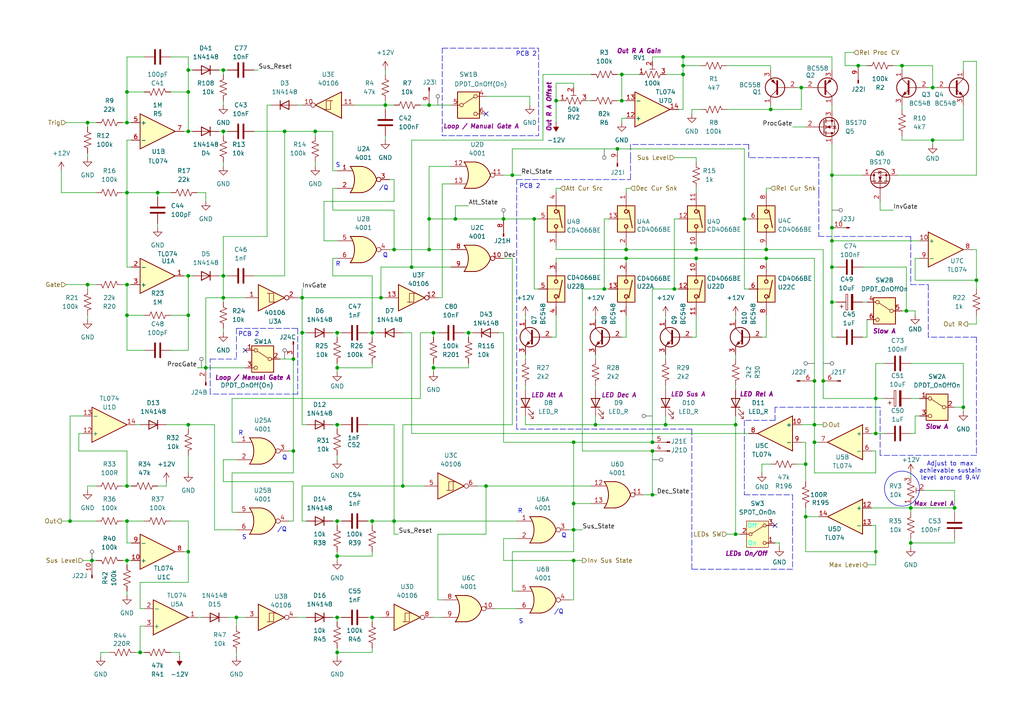
<source format=kicad_sch>
(kicad_sch (version 20250114) (generator "eeschema") (generator_version "9.0")
  (paper "A4")
  (title_block (company "DMH Instruments") (comment 1 "PCB for 15cm Kosmo format synthesizer module"))
  (rectangle (start 128.27 13.97) (end 156.21 39.37) (stroke (width 0) (type dash)))
  (circle (center 261.62 141.732) (radius 5.08))
  (text "R" (at 69.85 125.73 0) (effects (font (size 1.27 1.27))))
  (text "/Q" (at 111.252 54.61 0) (effects (font (size 1.27 1.27))))
  (text "S" (at 151.13 180.34 0) (effects (font (size 1.27 1.27))))
  (text "PCB 2" (at 72.136 97.028 0) (effects (font (size 1.27 1.27))))
  (text "Q" (at 82.55 132.842 0) (effects (font (size 1.27 1.27))))
  (text "S" (at 70.866 155.956 0) (effects (font (size 1.27 1.27))))
  (text "R" (at 98.044 76.708 0) (effects (font (size 1.27 1.27))))
  (text "R" (at 150.876 148.336 0) (effects (font (size 1.27 1.27))))
  (text "Q" (at 163.576 155.448 0) (effects (font (size 1.27 1.27))))
  (text "/Q" (at 81.788 153.67 0) (effects (font (size 1.27 1.27))))
  (text "PCB 2" (at 153.67 54.102 0) (effects (font (size 1.27 1.27))))
  (text "Adjust to max\nachievable sustain\nlevel around 9.4V" (at 275.59 136.652 0) (effects (font (size 1.27 1.27))))
  (text "Q" (at 111.76 74.168 0) (effects (font (size 1.27 1.27))))
  (text "S" (at 98.044 48.006 0) (effects (font (size 1.27 1.27))))
  (text "/Q" (at 162.052 177.546 0) (effects (font (size 1.27 1.27))))
  (text "PCB 2" (at 152.654 15.748 0) (effects (font (size 1.27 1.27))))
  (junction (at 54.61 26.67))
  (junction (at 236.22 128.27))
  (junction (at 97.79 106.68))
  (junction (at 261.62 19.05))
  (junction (at 97.79 96.52))
  (junction (at 64.77 38.1))
  (junction (at 85.09 104.14))
  (junction (at 59.69 106.68))
  (junction (at 146.05 63.5))
  (junction (at 236.22 110.49))
  (junction (at 119.38 77.47))
  (junction (at 166.37 162.56))
  (junction (at 248.92 19.05))
  (junction (at 25.4 82.55))
  (junction (at 45.72 55.88))
  (junction (at 36.83 140.97))
  (junction (at 36.83 91.44))
  (junction (at 193.04 123.19))
  (junction (at 25.4 35.56))
  (junction (at 111.76 30.48))
  (junction (at 213.36 123.19))
  (junction (at 85.09 130.81))
  (junction (at 270.51 25.4))
  (junction (at 201.93 72.39))
  (junction (at 175.26 83.82))
  (junction (at 36.83 35.56))
  (junction (at 87.63 96.52))
  (junction (at 264.16 147.32))
  (junction (at 166.37 146.05))
  (junction (at 97.79 151.13))
  (junction (at 270.51 40.64))
  (junction (at 107.95 151.13))
  (junction (at 116.84 140.97))
  (junction (at 140.97 140.97))
  (junction (at 54.61 123.19))
  (junction (at 125.73 106.68))
  (junction (at 166.37 153.67))
  (junction (at 232.41 25.4))
  (junction (at 233.68 134.62))
  (junction (at 181.61 72.39))
  (junction (at 91.44 38.1))
  (junction (at 54.61 80.01))
  (junction (at 54.61 20.32))
  (junction (at 180.34 29.21))
  (junction (at 166.37 128.27))
  (junction (at 36.83 151.13))
  (junction (at 54.61 160.02))
  (junction (at 222.25 74.93))
  (junction (at 87.63 86.36))
  (junction (at 172.72 123.19))
  (junction (at 26.67 162.56))
  (junction (at 180.34 21.59))
  (junction (at 279.4 118.11))
  (junction (at 36.83 26.67))
  (junction (at 236.22 123.19))
  (junction (at 195.58 83.82))
  (junction (at 54.61 91.44))
  (junction (at 198.12 21.59))
  (junction (at 135.89 96.52))
  (junction (at 110.49 86.36))
  (junction (at 124.46 30.48))
  (junction (at 198.12 16.51))
  (junction (at 64.77 86.36))
  (junction (at 198.12 19.05))
  (junction (at 97.79 123.19))
  (junction (at 114.3 151.13))
  (junction (at 40.64 189.23))
  (junction (at 154.94 63.5))
  (junction (at 20.32 151.13))
  (junction (at 132.08 63.5))
  (junction (at 262.89 90.17))
  (junction (at 107.95 179.07))
  (junction (at 189.23 143.51))
  (junction (at 215.9 63.5))
  (junction (at 64.77 20.32))
  (junction (at 161.29 29.21))
  (junction (at 68.58 179.07))
  (junction (at 179.07 43.18))
  (junction (at 254 125.73))
  (junction (at 54.61 38.1))
  (junction (at 283.21 81.28))
  (junction (at 264.16 157.48))
  (junction (at 222.25 72.39))
  (junction (at 241.3 87.63))
  (junction (at 181.61 74.93))
  (junction (at 189.23 130.81))
  (junction (at 241.3 77.47))
  (junction (at 114.3 72.39))
  (junction (at 276.86 147.32))
  (junction (at 254 115.57))
  (junction (at 97.79 179.07))
  (junction (at 97.79 161.29))
  (junction (at 241.3 66.04))
  (junction (at 125.73 96.52))
  (junction (at 64.77 80.01))
  (junction (at 124.46 72.39))
  (junction (at 233.68 149.86))
  (junction (at 107.95 96.52))
  (junction (at 82.55 38.1))
  (junction (at 36.83 162.56))
  (junction (at 223.52 31.75))
  (junction (at 189.23 128.27))
  (junction (at 36.83 55.88))
  (junction (at 124.46 63.5))
  (junction (at 148.59 50.8))
  (junction (at 97.79 189.23))
  (junction (at 213.36 154.94))
  (junction (at 241.3 50.8))
  (junction (at 238.76 110.49))
  (junction (at 241.3 69.85))
  (junction (at 201.93 74.93))
  (junction (at 254 160.02))
  (junction (at 36.83 82.55))
  (no_connect (at 140.97 33.02))
  (no_connect (at 71.12 101.6))
  (no_connect (at 224.79 152.4))
  (wire (pts (xy 64.77 95.25) (xy 64.77 96.52)))
  (wire (pts (xy 38.1 157.48) (xy 36.83 157.48)))
  (wire (pts (xy 283.21 72.39) (xy 283.21 81.28)))
  (wire (pts (xy 198.12 21.59) (xy 198.12 31.75)))
  (wire (pts (xy 125.73 106.68) (xy 125.73 107.95)))
  (wire (pts (xy 153.67 27.94) (xy 140.97 27.94)))
  (wire (pts (xy 107.95 96.52) (xy 109.22 96.52)))
  (wire (pts (xy 181.61 74.93) (xy 181.61 76.2)))
  (wire (pts (xy 119.38 96.52) (xy 119.38 125.73)))
  (wire (pts (xy 220.98 134.62) (xy 220.98 137.16)))
  (wire (pts (xy 200.66 33.02) (xy 200.66 31.75)))
  (wire (pts (xy 283.21 81.28) (xy 283.21 83.82)))
  (polyline (pts (xy 60.96 114.3) (xy 60.96 104.14)) (stroke (width 0) (type dash)))
  (wire (pts (xy 189.23 128.27) (xy 189.23 83.82)))
  (wire (pts (xy 222.25 55.88) (xy 222.25 54.61)))
  (wire (pts (xy 198.12 16.51) (xy 198.12 19.05)))
  (polyline (pts (xy 229.87 143.51) (xy 229.87 153.67)) (stroke (width 0) (type dash)))
  (wire (pts (xy 19.05 35.56) (xy 25.4 35.56)))
  (wire (pts (xy 198.12 16.51) (xy 241.3 16.51)))
  (wire (pts (xy 38.1 77.47) (xy 36.83 77.47)))
  (wire (pts (xy 264.16 105.41) (xy 279.4 105.41)))
  (wire (pts (xy 229.87 36.83) (xy 233.68 36.83)))
  (wire (pts (xy 73.66 80.01) (xy 82.55 80.01)))
  (wire (pts (xy 236.22 110.49) (xy 236.22 123.19)))
  (wire (pts (xy 179.07 21.59) (xy 180.34 21.59)))
  (wire (pts (xy 73.66 20.32) (xy 74.93 20.32)))
  (wire (pts (xy 54.61 80.01) (xy 55.88 80.01)))
  (wire (pts (xy 130.81 77.47) (xy 119.38 77.47)))
  (wire (pts (xy 262.89 77.47) (xy 262.89 90.17)))
  (polyline (pts (xy 182.88 41.91) (xy 182.88 45.72)) (stroke (width 0) (type dash)))
  (wire (pts (xy 135.89 96.52) (xy 137.16 96.52)))
  (wire (pts (xy 148.59 123.19) (xy 116.84 123.19)))
  (wire (pts (xy 45.72 55.88) (xy 45.72 57.15)))
  (wire (pts (xy 17.78 151.13) (xy 20.32 151.13)))
  (wire (pts (xy 107.95 160.02) (xy 107.95 161.29)))
  (wire (pts (xy 45.72 64.77) (xy 45.72 66.04)))
  (wire (pts (xy 172.72 111.76) (xy 172.72 113.03)))
  (wire (pts (xy 36.83 26.67) (xy 41.91 26.67)))
  (wire (pts (xy 226.06 157.48) (xy 226.06 158.75)))
  (wire (pts (xy 156.21 83.82) (xy 154.94 83.82)))
  (wire (pts (xy 36.83 82.55) (xy 38.1 82.55)))
  (wire (pts (xy 161.29 72.39) (xy 161.29 71.12)))
  (polyline (pts (xy 264.16 68.58) (xy 264.16 82.55)) (stroke (width 0) (type dash)))
  (polyline (pts (xy 264.16 68.58) (xy 237.49 68.58)) (stroke (width 0) (type dash)))
  (wire (pts (xy 59.69 106.68) (xy 71.12 106.68)))
  (wire (pts (xy 260.35 50.8) (xy 283.21 50.8)))
  (wire (pts (xy 140.97 154.94) (xy 127 154.94)))
  (wire (pts (xy 161.29 91.44) (xy 161.29 97.79)))
  (wire (pts (xy 201.93 97.79) (xy 200.66 97.79)))
  (wire (pts (xy 250.19 77.47) (xy 262.89 77.47)))
  (wire (pts (xy 64.77 139.7) (xy 64.77 133.35)))
  (wire (pts (xy 281.94 72.39) (xy 283.21 72.39)))
  (wire (pts (xy 19.05 82.55) (xy 25.4 82.55)))
  (wire (pts (xy 181.61 54.61) (xy 181.61 55.88)))
  (polyline (pts (xy 200.66 124.46) (xy 149.86 124.46)) (stroke (width 0) (type dash)))
  (wire (pts (xy 241.3 31.75) (xy 241.3 30.48)))
  (wire (pts (xy 254 137.16) (xy 236.22 137.16)))
  (wire (pts (xy 215.9 63.5) (xy 215.9 83.82)))
  (wire (pts (xy 132.08 59.69) (xy 132.08 63.5)))
  (wire (pts (xy 96.52 74.93) (xy 96.52 80.01)))
  (wire (pts (xy 64.77 86.36) (xy 71.12 86.36)))
  (wire (pts (xy 195.58 63.5) (xy 196.85 63.5)))
  (wire (pts (xy 24.13 162.56) (xy 26.67 162.56)))
  (wire (pts (xy 193.04 123.19) (xy 213.36 123.19)))
  (wire (pts (xy 97.79 160.02) (xy 97.79 161.29)))
  (wire (pts (xy 279.4 40.64) (xy 270.51 40.64)))
  (wire (pts (xy 96.52 179.07) (xy 97.79 179.07)))
  (wire (pts (xy 231.14 134.62) (xy 233.68 134.62)))
  (wire (pts (xy 193.04 102.87) (xy 193.04 104.14)))
  (wire (pts (xy 236.22 128.27) (xy 236.22 137.16)))
  (polyline (pts (xy 224.79 121.92) (xy 215.9 121.92)) (stroke (width 0) (type dash)))
  (wire (pts (xy 87.63 83.82) (xy 87.63 86.36)))
  (wire (pts (xy 107.95 187.96) (xy 107.95 189.23)))
  (wire (pts (xy 41.91 101.6) (xy 36.83 101.6)))
  (wire (pts (xy 161.29 97.79) (xy 160.02 97.79)))
  (wire (pts (xy 195.58 83.82) (xy 195.58 63.5)))
  (wire (pts (xy 251.46 97.79) (xy 250.19 97.79)))
  (wire (pts (xy 49.53 16.51) (xy 54.61 16.51)))
  (wire (pts (xy 241.3 50.8) (xy 241.3 66.04)))
  (wire (pts (xy 181.61 72.39) (xy 201.93 72.39)))
  (wire (pts (xy 254 152.4) (xy 254 160.02)))
  (wire (pts (xy 236.22 123.19) (xy 236.22 128.27)))
  (wire (pts (xy 152.4 123.19) (xy 152.4 120.65)))
  (wire (pts (xy 107.95 161.29) (xy 97.79 161.29)))
  (wire (pts (xy 146.05 74.93) (xy 148.59 74.93)))
  (wire (pts (xy 181.61 91.44) (xy 181.61 97.79)))
  (wire (pts (xy 49.53 101.6) (xy 54.61 101.6)))
  (wire (pts (xy 96.52 151.13) (xy 97.79 151.13)))
  (wire (pts (xy 222.25 97.79) (xy 220.98 97.79)))
  (wire (pts (xy 270.51 19.05) (xy 270.51 25.4)))
  (wire (pts (xy 36.83 77.47) (xy 36.83 55.88)))
  (wire (pts (xy 213.36 111.76) (xy 213.36 113.03)))
  (wire (pts (xy 185.42 21.59) (xy 180.34 21.59)))
  (wire (pts (xy 116.84 123.19) (xy 116.84 140.97)))
  (wire (pts (xy 64.77 20.32) (xy 66.04 20.32)))
  (wire (pts (xy 152.4 91.44) (xy 152.4 92.71)))
  (wire (pts (xy 25.4 82.55) (xy 25.4 83.82)))
  (wire (pts (xy 261.62 19.05) (xy 270.51 19.05)))
  (wire (pts (xy 68.58 189.23) (xy 68.58 190.5)))
  (wire (pts (xy 96.52 60.96) (xy 114.3 60.96)))
  (wire (pts (xy 114.3 154.94) (xy 114.3 151.13)))
  (wire (pts (xy 267.97 142.24) (xy 276.86 142.24)))
  (wire (pts (xy 82.55 38.1) (xy 91.44 38.1)))
  (wire (pts (xy 189.23 143.51) (xy 190.5 143.51)))
  (wire (pts (xy 64.77 20.32) (xy 63.5 20.32)))
  (wire (pts (xy 110.49 86.36) (xy 87.63 86.36)))
  (wire (pts (xy 54.61 168.91) (xy 40.64 168.91)))
  (wire (pts (xy 49.53 26.67) (xy 54.61 26.67)))
  (wire (pts (xy 222.25 72.39) (xy 238.76 72.39)))
  (wire (pts (xy 154.94 63.5) (xy 156.21 63.5)))
  (wire (pts (xy 87.63 140.97) (xy 116.84 140.97)))
  (wire (pts (xy 27.94 55.88) (xy 17.78 55.88)))
  (wire (pts (xy 48.26 140.97) (xy 48.26 139.7)))
  (wire (pts (xy 35.56 35.56) (xy 36.83 35.56)))
  (wire (pts (xy 114.3 52.07) (xy 114.3 58.42)))
  (wire (pts (xy 152.4 102.87) (xy 152.4 104.14)))
  (wire (pts (xy 135.89 59.69) (xy 132.08 59.69)))
  (wire (pts (xy 151.13 50.8) (xy 148.59 50.8)))
  (wire (pts (xy 54.61 91.44) (xy 54.61 101.6)))
  (wire (pts (xy 125.73 179.07) (xy 128.27 179.07)))
  (wire (pts (xy 226.06 157.48) (xy 224.79 157.48)))
  (polyline (pts (xy 255.27 132.08) (xy 255.27 118.11)) (stroke (width 0) (type dash)))
  (wire (pts (xy 161.29 54.61) (xy 162.56 54.61)))
  (wire (pts (xy 54.61 20.32) (xy 55.88 20.32)))
  (wire (pts (xy 36.83 91.44) (xy 36.83 101.6)))
  (wire (pts (xy 36.83 35.56) (xy 38.1 35.56)))
  (wire (pts (xy 114.3 60.96) (xy 114.3 72.39)))
  (wire (pts (xy 152.4 111.76) (xy 152.4 113.03)))
  (wire (pts (xy 222.25 72.39) (xy 222.25 71.12)))
  (wire (pts (xy 172.72 91.44) (xy 172.72 92.71)))
  (polyline (pts (xy 182.88 45.72) (xy 182.88 52.07)) (stroke (width 0) (type dash)))
  (wire (pts (xy 88.9 123.19) (xy 87.63 123.19)))
  (wire (pts (xy 127 173.99) (xy 128.27 173.99)))
  (wire (pts (xy 179.07 29.21) (xy 180.34 29.21)))
  (polyline (pts (xy 149.86 52.07) (xy 182.88 52.07)) (stroke (width 0) (type dash)))
  (wire (pts (xy 198.12 19.05) (xy 203.2 19.05)))
  (wire (pts (xy 238.76 110.49) (xy 238.76 115.57)))
  (wire (pts (xy 67.31 128.27) (xy 67.31 115.57)))
  (wire (pts (xy 36.83 171.45) (xy 36.83 172.72)))
  (wire (pts (xy 134.62 96.52) (xy 135.89 96.52)))
  (polyline (pts (xy 215.9 143.51) (xy 229.87 143.51)) (stroke (width 0) (type dash)))
  (polyline (pts (xy 283.21 97.79) (xy 269.24 97.79)) (stroke (width 0) (type dash)))
  (wire (pts (xy 217.17 83.82) (xy 215.9 83.82)))
  (wire (pts (xy 241.3 87.63) (xy 241.3 97.79)))
  (polyline (pts (xy 60.96 104.14) (xy 68.58 104.14)) (stroke (width 0) (type dash)))
  (wire (pts (xy 261.62 40.64) (xy 270.51 40.64)))
  (wire (pts (xy 283.21 17.78) (xy 283.21 50.8)))
  (wire (pts (xy 20.32 120.65) (xy 20.32 151.13)))
  (wire (pts (xy 279.4 17.78) (xy 283.21 17.78)))
  (wire (pts (xy 166.37 128.27) (xy 189.23 128.27)))
  (wire (pts (xy 39.37 123.19) (xy 40.64 123.19)))
  (wire (pts (xy 201.93 45.72) (xy 201.93 46.99)))
  (wire (pts (xy 222.25 91.44) (xy 222.25 97.79)))
  (wire (pts (xy 166.37 160.02) (xy 166.37 153.67)))
  (wire (pts (xy 45.72 55.88) (xy 49.53 55.88)))
  (wire (pts (xy 107.95 97.79) (xy 107.95 96.52)))
  (wire (pts (xy 64.77 80.01) (xy 66.04 80.01)))
  (wire (pts (xy 213.36 123.19) (xy 213.36 154.94)))
  (wire (pts (xy 146.05 162.56) (xy 166.37 162.56)))
  (wire (pts (xy 269.24 25.4) (xy 270.51 25.4)))
  (wire (pts (xy 113.03 72.39) (xy 114.3 72.39)))
  (wire (pts (xy 97.79 123.19) (xy 99.06 123.19)))
  (wire (pts (xy 266.7 74.93) (xy 265.43 74.93)))
  (wire (pts (xy 193.04 111.76) (xy 193.04 113.03)))
  (polyline (pts (xy 255.27 118.11) (xy 224.79 118.11)) (stroke (width 0) (type dash)))
  (wire (pts (xy 254 130.81) (xy 254 137.16)))
  (wire (pts (xy 48.26 123.19) (xy 54.61 123.19)))
  (wire (pts (xy 119.38 77.47) (xy 110.49 77.47)))
  (wire (pts (xy 264.16 157.48) (xy 276.86 157.48)))
  (wire (pts (xy 186.69 143.51) (xy 189.23 143.51)))
  (wire (pts (xy 256.54 105.41) (xy 254 105.41)))
  (wire (pts (xy 264.16 156.21) (xy 264.16 157.48)))
  (wire (pts (xy 25.4 140.97) (xy 27.94 140.97)))
  (wire (pts (xy 213.36 154.94) (xy 214.63 154.94)))
  (wire (pts (xy 264.16 137.16) (xy 264.16 138.43)))
  (wire (pts (xy 97.79 151.13) (xy 99.06 151.13)))
  (wire (pts (xy 181.61 71.12) (xy 181.61 72.39)))
  (wire (pts (xy 36.83 157.48) (xy 36.83 151.13)))
  (wire (pts (xy 250.19 87.63) (xy 251.46 87.63)))
  (wire (pts (xy 93.98 69.85) (xy 97.79 69.85)))
  (wire (pts (xy 59.69 86.36) (xy 59.69 106.68)))
  (wire (pts (xy 49.53 189.23) (xy 52.07 189.23)))
  (wire (pts (xy 68.58 179.07) (xy 71.12 179.07)))
  (wire (pts (xy 222.25 74.93) (xy 236.22 74.93)))
  (wire (pts (xy 54.61 151.13) (xy 54.61 160.02)))
  (wire (pts (xy 97.79 105.41) (xy 97.79 106.68)))
  (wire (pts (xy 241.3 50.8) (xy 250.19 50.8)))
  (wire (pts (xy 279.4 105.41) (xy 279.4 118.11)))
  (polyline (pts (xy 269.24 82.55) (xy 269.24 97.79)) (stroke (width 0) (type dash)))
  (wire (pts (xy 146.05 156.21) (xy 146.05 162.56)))
  (wire (pts (xy 25.4 35.56) (xy 27.94 35.56)))
  (wire (pts (xy 181.61 34.29) (xy 180.34 34.29)))
  (wire (pts (xy 63.5 38.1) (xy 64.77 38.1)))
  (wire (pts (xy 41.91 181.61) (xy 40.64 181.61)))
  (wire (pts (xy 87.63 96.52) (xy 87.63 123.19)))
  (wire (pts (xy 64.77 133.35) (xy 68.58 133.35)))
  (wire (pts (xy 255.27 60.96) (xy 259.08 60.96)))
  (wire (pts (xy 86.36 30.48) (xy 87.63 30.48)))
  (wire (pts (xy 210.82 154.94) (xy 213.36 154.94)))
  (wire (pts (xy 64.77 38.1) (xy 66.04 38.1)))
  (wire (pts (xy 22.86 125.73) (xy 24.13 125.73)))
  (wire (pts (xy 127 154.94) (xy 127 173.99)))
  (wire (pts (xy 125.73 96.52) (xy 127 96.52)))
  (wire (pts (xy 87.63 151.13) (xy 88.9 151.13)))
  (wire (pts (xy 232.41 123.19) (xy 236.22 123.19)))
  (wire (pts (xy 97.79 96.52) (xy 99.06 96.52)))
  (wire (pts (xy 85.09 137.16) (xy 67.31 137.16)))
  (wire (pts (xy 140.97 140.97) (xy 140.97 154.94)))
  (wire (pts (xy 232.41 25.4) (xy 232.41 31.75)))
  (wire (pts (xy 270.51 40.64) (xy 270.51 41.91)))
  (wire (pts (xy 201.93 74.93) (xy 201.93 76.2)))
  (polyline (pts (xy 229.87 153.67) (xy 229.87 165.1)) (stroke (width 0) (type dash)))
  (wire (pts (xy 252.73 147.32) (xy 264.16 147.32)))
  (wire (pts (xy 41.91 16.51) (xy 36.83 16.51)))
  (wire (pts (xy 116.84 140.97) (xy 123.19 140.97)))
  (wire (pts (xy 261.62 39.37) (xy 261.62 40.64)))
  (wire (pts (xy 146.05 50.8) (xy 148.59 50.8)))
  (wire (pts (xy 153.67 30.48) (xy 153.67 27.94)))
  (wire (pts (xy 107.95 179.07) (xy 107.95 180.34)))
  (wire (pts (xy 40.64 181.61) (xy 40.64 189.23)))
  (wire (pts (xy 215.9 63.5) (xy 217.17 63.5)))
  (wire (pts (xy 193.04 91.44) (xy 193.04 92.71)))
  (wire (pts (xy 124.46 72.39) (xy 130.81 72.39)))
  (wire (pts (xy 189.23 83.82) (xy 195.58 83.82)))
  (wire (pts (xy 264.16 157.48) (xy 264.16 158.75)))
  (polyline (pts (xy 200.66 165.1) (xy 200.66 124.46)) (stroke (width 0) (type dash)))
  (wire (pts (xy 279.4 118.11) (xy 279.4 119.38)))
  (wire (pts (xy 231.14 25.4) (xy 232.41 25.4)))
  (wire (pts (xy 111.76 39.37) (xy 111.76 40.64)))
  (polyline (pts (xy 237.49 45.72) (xy 217.17 45.72)) (stroke (width 0) (type dash)))
  (polyline (pts (xy 68.58 95.25) (xy 86.36 95.25)) (stroke (width 0) (type dash)))
  (wire (pts (xy 148.59 171.45) (xy 149.86 171.45)))
  (wire (pts (xy 254 125.73) (xy 254 115.57)))
  (wire (pts (xy 166.37 162.56) (xy 168.91 162.56)))
  (wire (pts (xy 242.57 97.79) (xy 241.3 97.79)))
  (wire (pts (xy 20.32 151.13) (xy 27.94 151.13)))
  (wire (pts (xy 97.79 179.07) (xy 97.79 180.34)))
  (wire (pts (xy 248.92 19.05) (xy 251.46 19.05)))
  (wire (pts (xy 119.38 40.64) (xy 119.38 77.47)))
  (wire (pts (xy 59.69 55.88) (xy 57.15 55.88)))
  (wire (pts (xy 45.72 140.97) (xy 48.26 140.97)))
  (wire (pts (xy 215.9 43.18) (xy 215.9 63.5)))
  (wire (pts (xy 237.49 128.27) (xy 236.22 128.27)))
  (wire (pts (xy 121.92 30.48) (xy 124.46 30.48)))
  (wire (pts (xy 161.29 24.13) (xy 161.29 29.21)))
  (wire (pts (xy 81.28 104.14) (xy 85.09 104.14)))
  (wire (pts (xy 111.76 30.48) (xy 111.76 31.75)))
  (wire (pts (xy 87.63 140.97) (xy 87.63 151.13)))
  (polyline (pts (xy 217.17 45.72) (xy 217.17 41.91)) (stroke (width 0) (type dash)))
  (wire (pts (xy 54.61 26.67) (xy 54.61 38.1)))
  (wire (pts (xy 222.25 54.61) (xy 223.52 54.61)))
  (wire (pts (xy 106.68 179.07) (xy 107.95 179.07)))
  (wire (pts (xy 85.09 151.13) (xy 85.09 139.7)))
  (wire (pts (xy 168.91 130.81) (xy 168.91 83.82)))
  (wire (pts (xy 222.25 74.93) (xy 222.25 76.2)))
  (wire (pts (xy 148.59 43.18) (xy 148.59 50.8)))
  (wire (pts (xy 261.62 19.05) (xy 261.62 20.32)))
  (wire (pts (xy 166.37 146.05) (xy 171.45 146.05)))
  (wire (pts (xy 54.61 123.19) (xy 62.23 123.19)))
  (wire (pts (xy 68.58 179.07) (xy 68.58 181.61)))
  (wire (pts (xy 201.93 91.44) (xy 201.93 97.79)))
  (wire (pts (xy 148.59 43.18) (xy 179.07 43.18)))
  (wire (pts (xy 68.58 128.27) (xy 67.31 128.27)))
  (wire (pts (xy 179.07 43.18) (xy 215.9 43.18)))
  (polyline (pts (xy 264.16 82.55) (xy 269.24 82.55)) (stroke (width 0) (type dash)))
  (wire (pts (xy 107.95 151.13) (xy 114.3 151.13)))
  (wire (pts (xy 238.76 72.39) (xy 238.76 110.49)))
  (wire (pts (xy 40.64 168.91) (xy 40.64 176.53)))
  (wire (pts (xy 36.83 16.51) (xy 36.83 26.67)))
  (wire (pts (xy 85.09 139.7) (xy 64.77 139.7)))
  (wire (pts (xy 210.82 31.75) (xy 223.52 31.75)))
  (wire (pts (xy 261.62 30.48) (xy 261.62 31.75)))
  (wire (pts (xy 254 163.83) (xy 254 160.02)))
  (wire (pts (xy 54.61 38.1) (xy 53.34 38.1)))
  (wire (pts (xy 107.95 80.01) (xy 107.95 96.52)))
  (wire (pts (xy 97.79 161.29) (xy 97.79 162.56)))
  (wire (pts (xy 162.56 29.21) (xy 161.29 29.21)))
  (wire (pts (xy 86.36 179.07) (xy 88.9 179.07)))
  (wire (pts (xy 276.86 118.11) (xy 279.4 118.11)))
  (wire (pts (xy 241.3 69.85) (xy 241.3 77.47)))
  (wire (pts (xy 87.63 86.36) (xy 87.63 96.52)))
  (wire (pts (xy 181.61 74.93) (xy 201.93 74.93)))
  (wire (pts (xy 181.61 97.79) (xy 180.34 97.79)))
  (wire (pts (xy 36.83 91.44) (xy 36.83 82.55)))
  (wire (pts (xy 148.59 74.93) (xy 148.59 123.19)))
  (wire (pts (xy 161.29 74.93) (xy 181.61 74.93)))
  (polyline (pts (xy 215.9 121.92) (xy 215.9 143.51)) (stroke (width 0) (type dash)))
  (wire (pts (xy 213.36 91.44) (xy 213.36 92.71)))
  (wire (pts (xy 130.81 53.34) (xy 128.27 53.34)))
  (wire (pts (xy 40.64 189.23) (xy 41.91 189.23)))
  (polyline (pts (xy 229.87 165.1) (xy 200.66 165.1)) (stroke (width 0) (type dash)))
  (wire (pts (xy 82.55 38.1) (xy 82.55 80.01)))
  (wire (pts (xy 96.52 80.01) (xy 107.95 80.01)))
  (polyline (pts (xy 149.86 124.46) (xy 149.86 52.07)) (stroke (width 0) (type dash)))
  (wire (pts (xy 233.68 134.62) (xy 233.68 139.7)))
  (wire (pts (xy 97.79 106.68) (xy 107.95 106.68)))
  (wire (pts (xy 251.46 92.71) (xy 251.46 97.79)))
  (wire (pts (xy 125.73 106.68) (xy 135.89 106.68)))
  (wire (pts (xy 113.03 52.07) (xy 114.3 52.07)))
  (wire (pts (xy 170.18 29.21) (xy 171.45 29.21)))
  (wire (pts (xy 62.23 123.19) (xy 62.23 153.67)))
  (wire (pts (xy 165.1 153.67) (xy 166.37 153.67)))
  (wire (pts (xy 254 105.41) (xy 254 115.57)))
  (wire (pts (xy 40.64 176.53) (xy 41.91 176.53)))
  (wire (pts (xy 233.68 149.86) (xy 237.49 149.86)))
  (wire (pts (xy 165.1 173.99) (xy 166.37 173.99)))
  (wire (pts (xy 25.4 44.45) (xy 25.4 45.72)))
  (wire (pts (xy 68.58 179.07) (xy 66.04 179.07)))
  (wire (pts (xy 152.4 123.19) (xy 172.72 123.19)))
  (wire (pts (xy 265.43 125.73) (xy 264.16 125.73)))
  (wire (pts (xy 29.21 189.23) (xy 29.21 190.5)))
  (polyline (pts (xy 237.49 55.88) (xy 237.49 68.58)) (stroke (width 0) (type dash)))
  (wire (pts (xy 36.83 140.97) (xy 38.1 140.97)))
  (wire (pts (xy 148.59 160.02) (xy 148.59 171.45)))
  (wire (pts (xy 110.49 77.47) (xy 110.49 86.36)))
  (wire (pts (xy 54.61 160.02) (xy 53.34 160.02)))
  (polyline (pts (xy 68.58 95.25) (xy 68.58 104.14)) (stroke (width 0) (type dash)))
  (wire (pts (xy 67.31 115.57) (xy 121.92 115.57)))
  (wire (pts (xy 57.15 106.68) (xy 59.69 106.68)))
  (wire (pts (xy 64.77 68.58) (xy 64.77 80.01)))
  (wire (pts (xy 67.31 137.16) (xy 67.31 148.59)))
  (wire (pts (xy 223.52 134.62) (xy 220.98 134.62)))
  (wire (pts (xy 119.38 96.52) (xy 116.84 96.52)))
  (wire (pts (xy 154.94 63.5) (xy 154.94 83.82)))
  (wire (pts (xy 36.83 26.67) (xy 36.83 35.56)))
  (wire (pts (xy 35.56 55.88) (xy 36.83 55.88)))
  (wire (pts (xy 54.61 16.51) (xy 54.61 20.32)))
  (wire (pts (xy 146.05 96.52) (xy 146.05 128.27)))
  (wire (pts (xy 196.85 31.75) (xy 198.12 31.75)))
  (wire (pts (xy 247.65 15.24) (xy 245.11 15.24)))
  (wire (pts (xy 78.74 30.48) (xy 77.47 30.48)))
  (wire (pts (xy 166.37 160.02) (xy 148.59 160.02)))
  (wire (pts (xy 54.61 123.19) (xy 54.61 124.46)))
  (wire (pts (xy 265.43 90.17) (xy 265.43 91.44)))
  (wire (pts (xy 201.93 54.61) (xy 201.93 55.88)))
  (wire (pts (xy 52.07 189.23) (xy 52.07 190.5)))
  (wire (pts (xy 64.77 21.59) (xy 64.77 20.32)))
  (wire (pts (xy 193.04 120.65) (xy 193.04 123.19)))
  (wire (pts (xy 130.81 48.26) (xy 124.46 48.26)))
  (wire (pts (xy 31.75 189.23) (xy 29.21 189.23)))
  (polyline (pts (xy 229.87 153.67) (xy 229.87 153.67)) (stroke (width 0) (type dash)))
  (wire (pts (xy 157.48 21.59) (xy 171.45 21.59)))
  (wire (pts (xy 270.51 25.4) (xy 271.78 25.4)))
  (wire (pts (xy 182.88 54.61) (xy 181.61 54.61)))
  (wire (pts (xy 161.29 54.61) (xy 161.29 55.88)))
  (wire (pts (xy 64.77 86.36) (xy 64.77 87.63)))
  (wire (pts (xy 110.49 86.36) (xy 111.76 86.36)))
  (wire (pts (xy 107.95 151.13) (xy 107.95 152.4)))
  (wire (pts (xy 213.36 102.87) (xy 213.36 104.14)))
  (wire (pts (xy 86.36 86.36) (xy 87.63 86.36)))
  (wire (pts (xy 36.83 130.81) (xy 36.83 140.97)))
  (wire (pts (xy 135.89 105.41) (xy 135.89 106.68)))
  (wire (pts (xy 265.43 120.65) (xy 265.43 125.73)))
  (wire (pts (xy 111.76 30.48) (xy 114.3 30.48)))
  (wire (pts (xy 97.79 54.61) (xy 96.52 54.61)))
  (wire (pts (xy 262.89 90.17) (xy 265.43 90.17)))
  (wire (pts (xy 20.32 120.65) (xy 24.13 120.65)))
  (wire (pts (xy 35.56 162.56) (xy 36.83 162.56)))
  (wire (pts (xy 111.76 29.21) (xy 111.76 30.48)))
  (polyline (pts (xy 283.21 132.08) (xy 255.27 132.08)) (stroke (width 0) (type dash)))
  (wire (pts (xy 54.61 160.02) (xy 54.61 168.91)))
  (wire (pts (xy 119.38 40.64) (xy 157.48 40.64)))
  (wire (pts (xy 97.79 151.13) (xy 97.79 152.4)))
  (wire (pts (xy 39.37 189.23) (xy 40.64 189.23)))
  (wire (pts (xy 223.52 31.75) (xy 232.41 31.75)))
  (wire (pts (xy 172.72 102.87) (xy 172.72 104.14)))
  (wire (pts (xy 96.52 49.53) (xy 96.52 38.1)))
  (wire (pts (xy 91.44 38.1) (xy 96.52 38.1)))
  (wire (pts (xy 200.66 31.75) (xy 203.2 31.75)))
  (wire (pts (xy 124.46 63.5) (xy 132.08 63.5)))
  (wire (pts (xy 223.52 31.75) (xy 223.52 30.48)))
  (wire (pts (xy 233.68 128.27) (xy 233.68 134.62)))
  (wire (pts (xy 73.66 38.1) (xy 82.55 38.1)))
  (wire (pts (xy 97.79 74.93) (xy 96.52 74.93)))
  (wire (pts (xy 121.92 96.52) (xy 125.73 96.52)))
  (wire (pts (xy 166.37 25.4) (xy 166.37 24.13)))
  (wire (pts (xy 64.77 68.58) (xy 77.47 68.58)))
  (wire (pts (xy 49.53 151.13) (xy 54.61 151.13)))
  (wire (pts (xy 36.83 162.56) (xy 38.1 162.56)))
  (wire (pts (xy 97.79 124.46) (xy 97.79 123.19)))
  (wire (pts (xy 175.26 83.82) (xy 175.26 63.5)))
  (wire (pts (xy 124.46 63.5) (xy 124.46 72.39)))
  (wire (pts (xy 201.93 71.12) (xy 201.93 72.39)))
  (wire (pts (xy 265.43 74.93) (xy 265.43 81.28)))
  (wire (pts (xy 279.4 30.48) (xy 279.4 40.64)))
  (wire (pts (xy 35.56 82.55) (xy 36.83 82.55)))
  (wire (pts (xy 265.43 120.65) (xy 266.7 120.65)))
  (wire (pts (xy 157.48 40.64) (xy 157.48 21.59)))
  (wire (pts (xy 64.77 46.99) (xy 64.77 48.26)))
  (wire (pts (xy 233.68 128.27) (xy 232.41 128.27)))
  (wire (pts (xy 140.97 140.97) (xy 171.45 140.97)))
  (wire (pts (xy 62.23 153.67) (xy 68.58 153.67)))
  (wire (pts (xy 97.79 189.23) (xy 97.79 190.5)))
  (polyline (pts (xy 86.36 95.25) (xy 86.36 114.3)) (stroke (width 0) (type dash)))
  (wire (pts (xy 276.86 147.32) (xy 264.16 147.32)))
  (wire (pts (xy 236.22 74.93) (xy 236.22 110.49)))
  (wire (pts (xy 201.93 74.93) (xy 222.25 74.93)))
  (wire (pts (xy 283.21 93.98) (xy 280.67 93.98)))
  (wire (pts (xy 166.37 24.13) (xy 161.29 24.13)))
  (wire (pts (xy 25.4 91.44) (xy 25.4 92.71)))
  (wire (pts (xy 201.93 72.39) (xy 222.25 72.39)))
  (wire (pts (xy 41.91 91.44) (xy 36.83 91.44)))
  (wire (pts (xy 107.95 96.52) (xy 106.68 96.52)))
  (wire (pts (xy 107.95 189.23) (xy 97.79 189.23)))
  (wire (pts (xy 106.68 151.13) (xy 107.95 151.13)))
  (wire (pts (xy 93.98 58.42) (xy 93.98 69.85)))
  (wire (pts (xy 241.3 77.47) (xy 241.3 87.63)))
  (wire (pts (xy 254 130.81) (xy 252.73 130.81)))
  (wire (pts (xy 138.43 140.97) (xy 140.97 140.97)))
  (wire (pts (xy 91.44 39.37) (xy 91.44 38.1)))
  (wire (pts (xy 189.23 143.51) (xy 189.23 130.81)))
  (wire (pts (xy 233.68 149.86) (xy 233.68 160.02)))
  (wire (pts (xy 25.4 82.55) (xy 27.94 82.55)))
  (wire (pts (xy 254 125.73) (xy 252.73 125.73)))
  (wire (pts (xy 261.62 90.17) (xy 262.89 90.17)))
  (wire (pts (xy 49.53 91.44) (xy 54.61 91.44)))
  (polyline (pts (xy 224.79 118.11) (xy 224.79 121.92)) (stroke (width 0) (type dash)))
  (wire (pts (xy 189.23 130.81) (xy 168.91 130.81)))
  (wire (pts (xy 67.31 148.59) (xy 68.58 148.59)))
  (wire (pts (xy 36.83 55.88) (xy 45.72 55.88)))
  (wire (pts (xy 54.61 20.32) (xy 54.61 26.67)))
  (wire (pts (xy 180.34 21.59) (xy 180.34 29.21)))
  (wire (pts (xy 36.83 55.88) (xy 36.83 40.64)))
  (wire (pts (xy 189.23 17.78) (xy 189.23 16.51)))
  (wire (pts (xy 172.72 123.19) (xy 193.04 123.19)))
  (wire (pts (xy 241.3 41.91) (xy 241.3 50.8)))
  (wire (pts (xy 97.79 49.53) (xy 96.52 49.53)))
  (wire (pts (xy 85.09 104.14) (xy 85.09 130.81)))
  (wire (pts (xy 107.95 105.41) (xy 107.95 106.68)))
  (wire (pts (xy 124.46 30.48) (xy 130.81 30.48)))
  (wire (pts (xy 54.61 132.08) (xy 54.61 137.16)))
  (wire (pts (xy 143.51 176.53) (xy 149.86 176.53)))
  (wire (pts (xy 251.46 163.83) (xy 254 163.83)))
  (wire (pts (xy 198.12 19.05) (xy 198.12 21.59)))
  (wire (pts (xy 36.83 130.81) (xy 22.86 130.81)))
  (wire (pts (xy 161.29 76.2) (xy 161.29 74.93)))
  (wire (pts (xy 166.37 162.56) (xy 166.37 173.99)))
  (wire (pts (xy 276.86 142.24) (xy 276.86 147.32)))
  (wire (pts (xy 217.17 125.73) (xy 119.38 125.73)))
  (wire (pts (xy 97.79 179.07) (xy 99.06 179.07)))
  (wire (pts (xy 96.52 96.52) (xy 97.79 96.52)))
  (wire (pts (xy 125.73 105.41) (xy 125.73 106.68)))
  (wire (pts (xy 25.4 142.24) (xy 25.4 140.97)))
  (wire (pts (xy 36.83 162.56) (xy 36.83 163.83)))
  (wire (pts (xy 35.56 140.97) (xy 36.83 140.97)))
  (wire (pts (xy 238.76 123.19) (xy 236.22 123.19)))
  (wire (pts (xy 97.79 106.68) (xy 97.79 107.95)))
  (wire (pts (xy 114.3 72.39) (xy 124.46 72.39)))
  (wire (pts (xy 144.78 96.52) (xy 146.05 96.52)))
  (wire (pts (xy 241.3 20.32) (xy 241.3 16.51)))
  (wire (pts (xy 161.29 29.21) (xy 161.29 35.56)))
  (polyline (pts (xy 217.17 41.91) (xy 182.88 41.91)) (stroke (width 0) (type dash)))
  (wire (pts (xy 252.73 152.4) (xy 254 152.4)))
  (wire (pts (xy 254 115.57) (xy 256.54 115.57)))
  (wire (pts (xy 259.08 19.05) (xy 261.62 19.05)))
  (wire (pts (xy 210.82 19.05) (xy 223.52 19.05)))
  (wire (pts (xy 106.68 123.19) (xy 114.3 123.19)))
  (wire (pts (xy 168.91 83.82) (xy 175.26 83.82)))
  (wire (pts (xy 245.11 15.24) (xy 245.11 19.05)))
  (wire (pts (xy 54.61 80.01) (xy 53.34 80.01)))
  (wire (pts (xy 36.83 40.64) (xy 38.1 40.64)))
  (wire (pts (xy 223.52 19.05) (xy 223.52 20.32)))
  (wire (pts (xy 125.73 96.52) (xy 125.73 97.79)))
  (wire (pts (xy 175.26 63.5) (xy 176.53 63.5)))
  (wire (pts (xy 85.09 130.81) (xy 85.09 137.16)))
  (wire (pts (xy 64.77 38.1) (xy 64.77 39.37)))
  (wire (pts (xy 97.79 96.52) (xy 97.79 97.79)))
  (wire (pts (xy 64.77 29.21) (xy 64.77 30.48)))
  (wire (pts (xy 149.86 156.21) (xy 146.05 156.21)))
  (wire (pts (xy 232.41 25.4) (xy 233.68 25.4)))
  (wire (pts (xy 241.3 69.85) (xy 266.7 69.85)))
  (wire (pts (xy 22.86 130.81) (xy 22.86 125.73)))
  (wire (pts (xy 124.46 48.26) (xy 124.46 63.5)))
  (wire (pts (xy 193.04 21.59) (xy 198.12 21.59)))
  (wire (pts (xy 83.82 151.13) (xy 85.09 151.13)))
  (wire (pts (xy 25.4 35.56) (xy 25.4 36.83)))
  (wire (pts (xy 64.77 80.01) (xy 64.77 86.36)))
  (wire (pts (xy 58.42 179.07) (xy 57.15 179.07)))
  (wire (pts (xy 97.79 187.96) (xy 97.79 189.23)))
  (wire (pts (xy 241.3 87.63) (xy 242.57 87.63)))
  (wire (pts (xy 54.61 38.1) (xy 55.88 38.1)))
  (wire (pts (xy 111.76 20.32) (xy 111.76 21.59)))
  (wire (pts (xy 195.58 83.82) (xy 196.85 83.82)))
  (wire (pts (xy 114.3 154.94) (xy 115.57 154.94)))
  (wire (pts (xy 128.27 86.36) (xy 127 86.36)))
  (wire (pts (xy 114.3 123.19) (xy 114.3 151.13)))
  (wire (pts (xy 26.67 162.56) (xy 27.94 162.56)))
  (wire (pts (xy 166.37 128.27) (xy 166.37 146.05)))
  (wire (pts (xy 166.37 146.05) (xy 166.37 153.67)))
  (wire (pts (xy 279.4 17.78) (xy 279.4 20.32)))
  (wire (pts (xy 54.61 91.44) (xy 54.61 80.01)))
  (wire (pts (xy 175.26 83.82) (xy 176.53 83.82)))
  (wire (pts (xy 128.27 53.34) (xy 128.27 86.36)))
  (wire (pts (xy 241.3 66.04) (xy 241.3 69.85)))
  (wire (pts (xy 245.11 19.05) (xy 248.92 19.05)))
  (wire (pts (xy 102.87 30.48) (xy 111.76 30.48)))
  (wire (pts (xy 64.77 86.36) (xy 59.69 86.36)))
  (wire (pts (xy 264.16 115.57) (xy 266.7 115.57)))
  (wire (pts (xy 276.86 156.21) (xy 276.86 157.48)))
  (wire (pts (xy 132.08 63.5) (xy 146.05 63.5)))
  (wire (pts (xy 233.68 147.32) (xy 233.68 149.86)))
  (polyline (pts (xy 86.36 114.3) (xy 60.96 114.3)) (stroke (width 0) (type dash)))
  (polyline (pts (xy 237.49 55.88) (xy 237.49 45.72)) (stroke (width 0) (type dash)))
  (wire (pts (xy 146.05 128.27) (xy 166.37 128.27)))
  (wire (pts (xy 63.5 80.01) (xy 64.77 80.01)))
  (wire (pts (xy 238.76 115.57) (xy 254 115.57)))
  (wire (pts (xy 17.78 55.88) (xy 17.78 49.53)))
  (wire (pts (xy 96.52 123.19) (xy 97.79 123.19)))
  (wire (pts (xy 172.72 120.65) (xy 172.72 123.19)))
  (wire (pts (xy 121.92 115.57) (xy 121.92 96.52)))
  (wire (pts (xy 161.29 72.39) (xy 181.61 72.39)))
  (wire (pts (xy 83.82 130.81) (xy 85.09 130.81)))
  (wire (pts (xy 146.05 63.5) (xy 154.94 63.5)))
  (wire (pts (xy 135.89 96.52) (xy 135.89 97.79)))
  (wire (pts (xy 189.23 16.51) (xy 198.12 16.51)))
  (wire (pts (xy 276.86 148.59) (xy 276.86 147.32)))
  (wire (pts (xy 96.52 54.61) (xy 96.52 60.96)))
  (wire (pts (xy 59.69 58.42) (xy 59.69 55.88)))
  (wire (pts (xy 36.83 151.13) (xy 41.91 151.13)))
  (wire (pts (xy 264.16 148.59) (xy 264.16 147.32)))
  (wire (pts (xy 195.58 45.72) (xy 201.93 45.72)))
  (wire (pts (xy 180.34 34.29) (xy 180.34 35.56)))
  (wire (pts (xy 265.43 81.28) (xy 283.21 81.28)))
  (wire (pts (xy 254 160.02) (xy 233.68 160.02)))
  (wire (pts (xy 255.27 58.42) (xy 255.27 60.96)))
  (wire (pts (xy 97.79 132.08) (xy 97.79 133.35)))
  (wire (pts (xy 114.3 151.13) (xy 149.86 151.13)))
  (wire (pts (xy 77.47 30.48) (xy 77.47 68.58)))
  (wire (pts (xy 91.44 46.99) (xy 91.44 48.26)))
  (wire (pts (xy 256.54 125.73) (xy 254 125.73)))
  (wire (pts (xy 264.16 146.05) (xy 264.16 147.32)))
  (wire (pts (xy 181.61 29.21) (xy 180.34 29.21)))
  (wire (pts (xy 114.3 58.42) (xy 93.98 58.42)))
  (wire (pts (xy 87.63 96.52) (xy 88.9 96.52)))
  (wire (pts (xy 241.3 77.47) (xy 242.57 77.47)))
  (wire (pts (xy 283.21 93.98) (xy 283.21 91.44)))
  (wire (pts (xy 107.95 179.07) (xy 110.49 179.07)))
  (wire (pts (xy 166.37 153.67) (xy 168.91 153.67)))
  (wire (pts (xy 213.36 120.65) (xy 213.36 123.19)))
  (polyline (pts (xy 283.21 97.79) (xy 283.21 132.08)) (stroke (width 0) (type dash)))
  (wire (pts (xy 35.56 151.13) (xy 36.83 151.13)))
  (label "ProcGate" (at 57.15 106.68 180))
  (label "ProcGate" (at 229.87 36.83 180))
  (label "Sus_State" (at 168.91 153.67 0))
  (label "Att_State" (at 135.89 59.69 0))
  (label "Sus_Reset" (at 115.57 154.94 0))
  (label "Dec" (at 146.05 74.93 0))
  (label "InvGate" (at 87.63 83.82 0))
  (label "InvGate" (at 259.08 60.96 0))
  (label "Rel_State" (at 151.13 50.8 0))
  (label "Dec_State" (at 190.5 143.51 0))
  (label "Sus_Reset" (at 74.93 20.32 0))
  (hierarchical_label "Out R" (shape output) (at 280.67 93.98 180))
  (hierarchical_label "Rel Cur Snk" (shape input) (at 223.52 54.61 0))
  (hierarchical_label "Sus Level" (shape input) (at 24.13 162.56 180))
  (hierarchical_label "Trig" (shape input) (at 19.05 35.56 180))
  (hierarchical_label "Out" (shape output) (at 17.78 151.13 180))
  (hierarchical_label "Max Level" (shape output) (at 251.46 163.83 180))
  (hierarchical_label "LEDs SW" (shape input) (at 210.82 154.94 180))
  (hierarchical_label "Sus Level" (shape input) (at 195.58 45.72 180))
  (hierarchical_label "Gate" (shape input) (at 19.05 82.55 180))
  (hierarchical_label "Att Cur Src" (shape input) (at 162.56 54.61 0))
  (hierarchical_label "Dec Cur Snk" (shape input) (at 182.88 54.61 0))
  (hierarchical_label "Out" (shape output) (at 238.76 123.19 0))
  (hierarchical_label "Rel Proc CV" (shape input) (at 247.65 15.24 0))
  (hierarchical_label "Inv Sus State" (shape output) (at 168.91 162.56 0))
  (netclass_flag "" (length 2.54) (shape round) (at 241.3 60.96 270) (property "Netclass" "CrossPCB" (effects (hide yes))))
  (netclass_flag "" (length 2.54) (shape round) (at 189.23 120.65 90) (property "Netclass" "CrossPCB" (effects (hide yes))))
  (netclass_flag "" (length 2.54) (shape round) (at 146.05 63.5 0) (property "Netclass" "CrossPCB" (effects (hide yes))))
  (netclass_flag "" (length 2.54) (shape round) (at 58.42 106.68 0) (property "Netclass" "CrossPCB" (effects (hide yes))))
  (netclass_flag "" (length 2.54) (shape round) (at 236.22 105.41 90) (property "Netclass" "CrossPCB" (effects (hide yes))))
  (netclass_flag "" (length 2.54) (shape round) (at 189.23 133.35 270) (property "Netclass" "CrossPCB" (effects (hide yes))))
  (netclass_flag "" (length 2.54) (shape round) (at 82.55 104.14 0) (property "Netclass" "CrossPCB" (effects (hide yes))))
  (netclass_flag "" (length 2.54) (shape round) (at 26.67 162.56 0) (property "Netclass" "CrossPCB" (effects (hide yes))))
  (netclass_flag "" (length 2.54) (shape round) (at 238.76 105.41 270) (property "Netclass" "CrossPCB" (effects (hide yes))))
  (netclass_flag "" (length 2.54) (shape round) (at 175.26 43.18 180) (property "Netclass" "CrossPCB" (effects (hide yes))))
  (netclass_flag "" (length 2.54) (shape round) (at 127 30.48 0) (property "Netclass" "CrossPCB" (effects (hide yes))))
  (symbol (lib_id "Transistor_BJT:BC548") (at 195.58 97.79 0) (mirror y) (unit 1)
    (property "Reference" "Q9" (at 195.58 94.234 90) (effects (justify left)))
    (property "Value" "BC548" (at 198.12 94.234 90) (effects (justify left)))
    (property "Footprint" "Package_TO_SOT_THT:TO-92L_Inline_Wide" (effects (hide yes)))
    (property "Datasheet" "https://www.onsemi.com/pub/Collateral/BC550-D.pdf" (effects (hide yes)))
    (property "Description" "0.1A Ic, 30V Vce, Small Signal NPN Transistor, TO-92" (effects (hide yes)))
  )
  (symbol (lib_id "Amplifier_Operational:TL074") (at 245.11 149.86 0) (mirror y) (unit 4) (on_board no)
    (property "Reference" "U5" (at 242.062 153.416 0))
    (property "Value" "TL074" (at 242.062 155.956 0))
    (property "Footprint" "Package_DIP:DIP-14_W7.62mm_Socket" (effects (hide yes)))
    (property "Datasheet" "http://www.ti.com/lit/ds/symlink/tl071.pdf" (effects (hide yes)))
    (property "Description" "Quad Low-Noise JFET-Input Operational Amplifiers, DIP-14/SOIC-14" (effects (hide yes)))
  )
  (symbol (lib_id "Device:R_US") (at 107.95 156.21 0) (unit 1) (on_board no)
    (property "Reference" "R39" (at 102.87 157.48 0))
    (property "Value" "100k" (at 102.87 154.94 0))
    (property "Footprint" "Resistor_THT:R_Axial_DIN0207_L6.3mm_D2.5mm_P7.62mm_Horizontal" (effects (hide yes)))
    (property "Description" "Resistor, US symbol" (effects (hide yes)))
  )
  (symbol (lib_id "SynthStuff:SW_SPDT_321_OnOff") (at 219.71 154.94 0) (unit 1)
    (property "Reference" "SW3" (at 219.71 146.05 0))
    (property "Value" "SPDT_OnOn" (at 219.71 148.59 0))
    (property "Footprint" "SynthStuff:Toggle_Switch_TE" (effects (hide yes)))
    (property "Description" "Switch, single pole double throw" (effects (hide yes)))
    (property "Function" "LEDs On/Off" (at 216.408 160.528 0) (effects (font (thickness 0.254) (bold yes) (italic yes))))
  )
  (symbol (lib_id "power:GND") (at 91.44 48.26 0) (unit 1) (on_board no)
    (property "Reference" "#PWR033" (effects (hide yes)))
    (property "Value" "GND" (at 91.44 53.34 0))
    (property "Description" "Power symbol creates a global label with name \"GND\" , ground" (effects (hide yes)))
  )
  (symbol (lib_id "Device:C") (at 246.38 97.79 270) (mirror x) (unit 1)
    (property "Reference" "C45" (at 246.253 91.186 90))
    (property "Value" "1uF" (at 246.253 93.726 90))
    (property "Footprint" "Capacitor_THT:C_Rect_L7.0mm_W4.5mm_P5.00mm" (effects (hide yes)))
    (property "Description" "Unpolarized capacitor" (effects (hide yes)))
  )
  (symbol (lib_id "4xxx:4001") (at 105.41 72.39 0) (unit 2) (on_board no)
    (property "Reference" "U2" (at 105.41 63.5 0))
    (property "Value" "4001" (at 105.41 66.04 0))
    (property "Footprint" "Package_DIP:DIP-14_W7.62mm_Socket" (effects (hide yes)))
    (property "Datasheet" "http://www.intersil.com/content/dam/Intersil/documents/cd40/cd4000bms-01bms-02bms-25bms.pdf" (effects (hide yes)))
    (property "Description" "Quad Nor 2 inputs" (effects (hide yes)))
  )
  (symbol (lib_id "Device:R_US") (at 118.11 30.48 270) (unit 1) (on_board no)
    (property "Reference" "R7" (at 118.11 24.13 90))
    (property "Value" "10k" (at 118.11 26.67 90))
    (property "Footprint" "Resistor_THT:R_Axial_DIN0207_L6.3mm_D2.5mm_P7.62mm_Horizontal" (effects (hide yes)))
    (property "Description" "Resistor, US symbol" (effects (hide yes)))
  )
  (symbol (lib_id "power:+12V") (at 48.26 139.7 0) (unit 1)
    (property "Reference" "#PWR050" (effects (hide yes)))
    (property "Value" "+12V" (at 48.26 134.62 0))
    (property "Description" "Power symbol creates a global label with name \"+12V\"" (effects (hide yes)))
  )
  (symbol (lib_id "Device:LED") (at 152.4 116.84 90) (unit 1)
    (property "Reference" "D8" (at 159.0675 116.84 90))
    (property "Value" "LED_R" (at 159.0675 119.38 90))
    (property "Footprint" "LED_THT:LED_D3.0mm" (effects (hide yes)))
    (property "Description" "Light emitting diode" (effects (hide yes)))
    (property "Sim.Pins" "1=K 2=A" (effects (hide yes)))
    (property "Function" "LED Att A" (at 158.75 114.554 90) (effects (font (thickness 0.254) (bold yes) (italic yes))))
  )
  (symbol (lib_id "4xxx:4001") (at 135.89 176.53 0) (unit 3) (on_board no)
    (property "Reference" "U6" (at 135.89 167.64 0))
    (property "Value" "4001" (at 135.89 170.18 0))
    (property "Footprint" "Package_DIP:DIP-14_W7.62mm_Socket" (effects (hide yes)))
    (property "Datasheet" "http://www.intersil.com/content/dam/Intersil/documents/cd40/cd4000bms-01bms-02bms-25bms.pdf" (effects (hide yes)))
    (property "Description" "Quad Nor 2 inputs" (effects (hide yes)))
  )
  (symbol (lib_id "4xxx:4001") (at 157.48 173.99 0) (unit 2) (on_board no)
    (property "Reference" "U6" (at 157.48 165.1 0))
    (property "Value" "4001" (at 157.48 167.64 0))
    (property "Footprint" "Package_DIP:DIP-14_W7.62mm_Socket" (effects (hide yes)))
    (property "Datasheet" "http://www.intersil.com/content/dam/Intersil/documents/cd40/cd4000bms-01bms-02bms-25bms.pdf" (effects (hide yes)))
    (property "Description" "Quad Nor 2 inputs" (effects (hide yes)))
  )
  (symbol (lib_id "Amplifier_Operational:TL074") (at 245.11 128.27 0) (mirror y) (unit 2) (on_board no)
    (property "Reference" "U5" (at 244.348 132.588 0))
    (property "Value" "TL074" (at 244.348 135.128 0))
    (property "Footprint" "Package_DIP:DIP-14_W7.62mm_Socket" (effects (hide yes)))
    (property "Datasheet" "http://www.ti.com/lit/ds/symlink/tl071.pdf" (effects (hide yes)))
    (property "Description" "Quad Low-Noise JFET-Input Operational Amplifiers, DIP-14/SOIC-14" (effects (hide yes)))
  )
  (symbol (lib_id "Device:R_US") (at 91.44 43.18 0) (mirror x) (unit 1) (on_board no)
    (property "Reference" "R14" (at 88.9 41.9099 0) (effects (justify right)))
    (property "Value" "100k" (at 88.9 44.4499 0) (effects (justify right)))
    (property "Footprint" "Resistor_THT:R_Axial_DIN0207_L6.3mm_D2.5mm_P7.62mm_Horizontal" (effects (hide yes)))
    (property "Description" "Resistor, US symbol" (effects (hide yes)))
  )
  (symbol (lib_id "Diode:1N4148") (at 113.03 96.52 0) (unit 1) (on_board no)
    (property "Reference" "D7" (at 113.03 90.17 0))
    (property "Value" "1N4148" (at 113.03 92.71 0))
    (property "Footprint" "Diode_THT:D_DO-35_SOD27_P7.62mm_Horizontal" (effects (hide yes)))
    (property "Datasheet" "https://assets.nexperia.com/documents/data-sheet/1N4148_1N4448.pdf" (effects (hide yes)))
    (property "Description" "100V 0.15A standard switching diode, DO-35" (effects (hide yes)))
    (property "Sim.Device" "D" (effects (hide yes)))
    (property "Sim.Pins" "1=K 2=A" (effects (hide yes)))
  )
  (symbol (lib_id "power:GND") (at 97.79 190.5 0) (unit 1) (on_board no)
    (property "Reference" "#PWR062" (effects (hide yes)))
    (property "Value" "GND" (at 97.79 195.58 0))
    (property "Description" "Power symbol creates a global label with name \"GND\" , ground" (effects (hide yes)))
  )
  (symbol (lib_id "Device:R_US") (at 31.75 82.55 270) (mirror x) (unit 1) (on_board no)
    (property "Reference" "R20" (at 31.75 88.9 90))
    (property "Value" "22k" (at 31.75 86.36 90))
    (property "Footprint" "Resistor_THT:R_Axial_DIN0207_L6.3mm_D2.5mm_P7.62mm_Horizontal" (effects (hide yes)))
    (property "Description" "Resistor, US symbol" (effects (hide yes)))
  )
  (symbol (lib_id "power:GND") (at 97.79 162.56 0) (unit 1) (on_board no)
    (property "Reference" "#PWR056" (effects (hide yes)))
    (property "Value" "GND" (at 97.79 167.64 0))
    (property "Description" "Power symbol creates a global label with name \"GND\" , ground" (effects (hide yes)))
  )
  (symbol (lib_id "power:+12V") (at 17.78 49.53 0) (unit 1) (on_board no)
    (property "Reference" "#PWR034" (effects (hide yes)))
    (property "Value" "+12V" (at 17.78 44.45 0))
    (property "Description" "Power symbol creates a global label with name \"+12V\"" (effects (hide yes)))
  )
  (symbol (lib_id "Device:R_US") (at 64.77 25.4 0) (mirror x) (unit 1) (on_board no)
    (property "Reference" "R108" (at 62.23 24.1299 0) (effects (justify right)))
    (property "Value" "10k" (at 62.23 26.6699 0) (effects (justify right)))
    (property "Footprint" "Resistor_THT:R_Axial_DIN0207_L6.3mm_D2.5mm_P7.62mm_Horizontal" (effects (hide yes)))
    (property "Description" "Resistor, US symbol" (effects (hide yes)))
  )
  (symbol (lib_id "Device:C") (at 102.87 151.13 90) (unit 1) (on_board no)
    (property "Reference" "C54" (at 102.87 143.51 90))
    (property "Value" "1nF" (at 102.87 146.05 90))
    (property "Footprint" "Capacitor_THT:C_Disc_D4.3mm_W1.9mm_P5.00mm" (effects (hide yes)))
    (property "Description" "Unpolarized capacitor" (effects (hide yes)))
  )
  (symbol (lib_id "4xxx:4001") (at 138.43 74.93 0) (unit 3) (on_board no)
    (property "Reference" "U2" (at 138.43 66.04 0))
    (property "Value" "4001" (at 138.43 68.58 0))
    (property "Footprint" "Package_DIP:DIP-14_W7.62mm_Socket" (effects (hide yes)))
    (property "Datasheet" "http://www.intersil.com/content/dam/Intersil/documents/cd40/cd4000bms-01bms-02bms-25bms.pdf" (effects (hide yes)))
    (property "Description" "Quad Nor 2 inputs" (effects (hide yes)))
  )
  (symbol (lib_id "4xxx:4001") (at 157.48 153.67 0) (unit 1) (on_board no)
    (property "Reference" "U6" (at 157.48 144.78 0))
    (property "Value" "4001" (at 157.48 147.32 0))
    (property "Footprint" "Package_DIP:DIP-14_W7.62mm_Socket" (effects (hide yes)))
    (property "Datasheet" "http://www.intersil.com/content/dam/Intersil/documents/cd40/cd4000bms-01bms-02bms-25bms.pdf" (effects (hide yes)))
    (property "Description" "Quad Nor 2 inputs" (effects (hide yes)))
  )
  (symbol (lib_id "Device:C") (at 69.85 20.32 90) (unit 1) (on_board no)
    (property "Reference" "C77" (at 69.85 13.97 90))
    (property "Value" "10nF" (at 69.85 16.51 90))
    (property "Footprint" "Capacitor_THT:C_Disc_D4.3mm_W1.9mm_P5.00mm" (effects (hide yes)))
    (property "Description" "Unpolarized capacitor" (effects (hide yes)))
  )
  (symbol (lib_id "SynthStuff:Conn_01x06_PinHeader") (at 85.09 99.06 270) (unit 3)
    (property "Reference" "J24" (at 81.026 97.79 90) (effects (justify left)))
    (property "Value" "Conn_01x06_PinHeader" (effects (hide yes)))
    (property "Footprint" "Connector_PinSocket_2.54mm:PinSocket_1x06_P2.54mm_Vertical" (effects (hide yes)))
    (property "Description" "Generic connector, single row, 01x06" (effects (hide yes)))
  )
  (symbol (lib_id "Device:LED") (at 172.72 116.84 90) (unit 1)
    (property "Reference" "D9" (at 179.3875 116.84 90))
    (property "Value" "LED_R" (at 179.3875 119.38 90))
    (property "Footprint" "LED_THT:LED_D3.0mm" (effects (hide yes)))
    (property "Description" "Light emitting diode" (effects (hide yes)))
    (property "Sim.Pins" "1=K 2=A" (effects (hide yes)))
    (property "Function" "LED Dec A" (at 179.578 114.554 90) (effects (font (thickness 0.254) (bold yes) (italic yes))))
  )
  (symbol (lib_id "power:GND") (at 45.72 66.04 0) (unit 1) (on_board no)
    (property "Reference" "#PWR039" (effects (hide yes)))
    (property "Value" "GND" (at 45.72 71.12 0))
    (property "Description" "Power symbol creates a global label with name \"GND\" , ground" (effects (hide yes)))
  )
  (symbol (lib_id "Device:R_US") (at 227.33 134.62 90) (unit 1) (on_board no)
    (property "Reference" "R196" (at 227.33 140.97 90))
    (property "Value" "47k" (at 227.33 138.43 90))
    (property "Footprint" "Resistor_THT:R_Axial_DIN0207_L6.3mm_D2.5mm_P7.62mm_Horizontal" (effects (hide yes)))
    (property "Description" "Resistor, US symbol" (effects (hide yes)))
  )
  (symbol (lib_id "SynthStuff:Conn_01x10_PinHeader") (at 248.92 24.13 90) (unit 9)
    (property "Reference" "J22" (at 246.888 25.908 90) (effects (justify right)))
    (property "Value" "Conn_01x10_PinHeader" (effects (hide yes)))
    (property "Footprint" "Connector_PinSocket_2.54mm:PinSocket_1x10_P2.54mm_Vertical" (effects (hide yes)))
    (property "Description" "Generic connector, single row, 01x10" (effects (hide yes)))
  )
  (symbol (lib_id "power:+12V") (at 264.16 137.16 0) (unit 1) (on_board no)
    (property "Reference" "#PWR051" (effects (hide yes)))
    (property "Value" "+12V" (at 264.16 133.35 0))
    (property "Description" "Power symbol creates a global label with name \"+12V\"" (effects (hide yes)))
  )
  (symbol (lib_id "Diode:1N4148") (at 59.69 80.01 180) (unit 1) (on_board no)
    (property "Reference" "D5" (at 59.69 73.66 0))
    (property "Value" "1N4148" (at 59.69 76.2 0))
    (property "Footprint" "Diode_THT:D_DO-35_SOD27_P7.62mm_Horizontal" (effects (hide yes)))
    (property "Datasheet" "https://assets.nexperia.com/documents/data-sheet/1N4148_1N4448.pdf" (effects (hide yes)))
    (property "Description" "100V 0.15A standard switching diode, DO-35" (effects (hide yes)))
    (property "Sim.Device" "D" (effects (hide yes)))
    (property "Sim.Pins" "1=K 2=A" (effects (hide yes)))
  )
  (symbol (lib_id "Amplifier_Operational:TL074") (at 45.72 160.02 0) (mirror x) (unit 3) (on_board no)
    (property "Reference" "U1" (at 47.498 167.386 0))
    (property "Value" "TL074" (at 47.498 164.846 0))
    (property "Footprint" "Package_DIP:DIP-14_W7.62mm_Socket" (effects (hide yes)))
    (property "Datasheet" "http://www.ti.com/lit/ds/symlink/tl071.pdf" (effects (hide yes)))
    (property "Description" "Quad Low-Noise JFET-Input Operational Amplifiers, DIP-14/SOIC-14" (effects (hide yes)))
  )
  (symbol (lib_id "Device:R_US") (at 36.83 167.64 0) (unit 1) (on_board no)
    (property "Reference" "R42" (at 30.48 167.64 90))
    (property "Value" "100k" (at 33.02 167.64 90))
    (property "Footprint" "Resistor_THT:R_Axial_DIN0207_L6.3mm_D2.5mm_P7.62mm_Horizontal" (effects (hide yes)))
    (property "Description" "Resistor, US symbol" (effects (hide yes)))
  )
  (symbol (lib_id "Diode:1N4148") (at 92.71 151.13 180) (unit 1) (on_board no)
    (property "Reference" "D14" (at 92.71 144.78 0))
    (property "Value" "1N4148" (at 92.71 147.32 0))
    (property "Footprint" "Diode_THT:D_DO-35_SOD27_P7.62mm_Horizontal" (effects (hide yes)))
    (property "Datasheet" "https://assets.nexperia.com/documents/data-sheet/1N4148_1N4448.pdf" (effects (hide yes)))
    (property "Description" "100V 0.15A standard switching diode, DO-35" (effects (hide yes)))
    (property "Sim.Device" "D" (effects (hide yes)))
    (property "Sim.Pins" "1=K 2=A" (effects (hide yes)))
  )
  (symbol (lib_id "Device:R_US") (at 64.77 91.44 180) (unit 1) (on_board no)
    (property "Reference" "R24" (at 67.31 90.1699 0) (effects (justify right)))
    (property "Value" "10k" (at 67.31 92.7099 0) (effects (justify right)))
    (property "Footprint" "Resistor_THT:R_Axial_DIN0207_L6.3mm_D2.5mm_P7.62mm_Horizontal" (effects (hide yes)))
    (property "Description" "Resistor, US symbol" (effects (hide yes)))
  )
  (symbol (lib_id "Device:R_US") (at 125.73 101.6 0) (mirror y) (unit 1) (on_board no)
    (property "Reference" "R201" (at 128.27 102.8701 0) (effects (justify right)))
    (property "Value" "100k" (at 128.27 100.3301 0) (effects (justify right)))
    (property "Footprint" "Resistor_THT:R_Axial_DIN0207_L6.3mm_D2.5mm_P7.62mm_Horizontal" (effects (hide yes)))
    (property "Description" "Resistor, US symbol" (effects (hide yes)))
  )
  (symbol (lib_id "SynthStuff:Conn_01x10_PinHeader") (at 243.84 110.49 180) (unit 6)
    (property "Reference" "J21" (at 243.205 107.95 0))
    (property "Value" "Conn_01x10_PinHeader" (effects (hide yes)))
    (property "Footprint" "Connector_PinSocket_2.54mm:PinSocket_1x10_P2.54mm_Vertical" (effects (hide yes)))
    (property "Description" "Generic connector, single row, 01x10" (effects (hide yes)))
  )
  (symbol (lib_id "SynthStuff:Conn_01x10_PinHeader") (at 194.31 130.81 180) (unit 4)
    (property "Reference" "J21" (at 194.564 130.556 0) (effects (justify right)))
    (property "Value" "Conn_01x10_PinHeader" (effects (hide yes)))
    (property "Footprint" "Connector_PinSocket_2.54mm:PinSocket_1x10_P2.54mm_Vertical" (effects (hide yes)))
    (property "Description" "Generic connector, single row, 01x10" (effects (hide yes)))
  )
  (symbol (lib_id "Device:R_US") (at 175.26 29.21 90) (unit 1) (on_board no)
    (property "Reference" "R6" (at 175.26 35.56 90))
    (property "Value" "82k" (at 175.26 33.02 90))
    (property "Footprint" "Resistor_THT:R_Axial_DIN0207_L6.3mm_D2.5mm_P7.62mm_Horizontal" (effects (hide yes)))
    (property "Description" "Resistor, US symbol" (effects (hide yes)))
  )
  (symbol (lib_id "Amplifier_Operational:TL074") (at 224.79 125.73 0) (mirror y) (unit 3) (on_board no)
    (property "Reference" "U5" (at 220.98 129.286 0))
    (property "Value" "TL074" (at 220.98 131.826 0))
    (property "Footprint" "Package_DIP:DIP-14_W7.62mm_Socket" (effects (hide yes)))
    (property "Datasheet" "http://www.ti.com/lit/ds/symlink/tl071.pdf" (effects (hide yes)))
    (property "Description" "Quad Low-Noise JFET-Input Operational Amplifiers, DIP-14/SOIC-14" (effects (hide yes)))
  )
  (symbol (lib_id "4xxx:40106") (at 78.74 86.36 0) (mirror x) (unit 1) (on_board no)
    (property "Reference" "U3" (at 79.756 93.218 0))
    (property "Value" "40106" (at 79.756 90.678 0))
    (property "Footprint" "Package_DIP:DIP-14_W7.62mm_Socket" (effects (hide yes)))
    (property "Datasheet" "https://assets.nexperia.com/documents/data-sheet/HEF40106B.pdf" (effects (hide yes)))
    (property "Description" "Hex Schmitt trigger inverter" (effects (hide yes)))
  )
  (symbol (lib_id "4xxx:4001") (at 76.2 151.13 0) (unit 2) (on_board no)
    (property "Reference" "U25" (at 76.2 142.24 0))
    (property "Value" "4001" (at 76.2 144.78 0))
    (property "Footprint" "Package_DIP:DIP-14_W7.62mm_Socket" (effects (hide yes)))
    (property "Datasheet" "http://www.intersil.com/content/dam/Intersil/documents/cd40/cd4000bms-01bms-02bms-25bms.pdf" (effects (hide yes)))
    (property "Description" "Quad Nor 2 inputs" (effects (hide yes)))
  )
  (symbol (lib_id "Device:R_US") (at 175.26 21.59 90) (mirror x) (unit 1) (on_board no)
    (property "Reference" "R3" (at 175.26 15.24 90))
    (property "Value" "100k" (at 175.26 17.78 90))
    (property "Footprint" "Resistor_THT:R_Axial_DIN0207_L6.3mm_D2.5mm_P7.62mm_Horizontal" (effects (hide yes)))
    (property "Description" "Resistor, US symbol" (effects (hide yes)))
  )
  (symbol (lib_id "Transistor_BJT:BC548") (at 215.9 97.79 0) (mirror y) (unit 1)
    (property "Reference" "Q10" (at 215.9 94.234 90) (effects (justify left)))
    (property "Value" "BC548" (at 218.44 94.234 90) (effects (justify left)))
    (property "Footprint" "Package_TO_SOT_THT:TO-92L_Inline_Wide" (effects (hide yes)))
    (property "Datasheet" "https://www.onsemi.com/pub/Collateral/BC550-D.pdf" (effects (hide yes)))
    (property "Description" "0.1A Ic, 30V Vce, Small Signal NPN Transistor, TO-92" (effects (hide yes)))
  )
  (symbol (lib_id "Device:R_US") (at 152.4 107.95 0) (mirror y) (unit 1)
    (property "Reference" "R27" (at 157.48 106.68 0))
    (property "Value" "2k2" (at 157.48 109.22 0))
    (property "Footprint" "Resistor_THT:R_Axial_DIN0207_L6.3mm_D2.5mm_P7.62mm_Horizontal" (effects (hide yes)))
    (property "Description" "Resistor, US symbol" (effects (hide yes)))
  )
  (symbol (lib_id "Device:R_Potentiometer_Trim_US") (at 189.23 21.59 90) (unit 1) (on_board no)
    (property "Reference" "RV1" (at 185.42 16.764 90))
    (property "Value" "100k" (at 189.23 24.13 90))
    (property "Footprint" "Potentiometer_THT:Potentiometer_Bourns_3296W_Vertical" (effects (hide yes)))
    (property "Description" "Trim-potentiometer, US symbol" (effects (hide yes)))
    (property "Function" "Out R A Gain" (at 185.42 14.732 90) (effects (font (thickness 0.254) (bold yes) (italic yes))))
  )
  (symbol (lib_id "power:+12V") (at 213.36 91.44 0) (unit 1)
    (property "Reference" "#PWR044" (effects (hide yes)))
    (property "Value" "+12V" (at 213.36 86.36 0))
    (property "Description" "Power symbol creates a global label with name \"+12V\"" (effects (hide yes)))
  )
  (symbol (lib_id "Device:R_US") (at 97.79 156.21 0) (unit 1) (on_board no)
    (property "Reference" "R38" (at 92.71 157.48 0))
    (property "Value" "10k" (at 92.71 154.94 0))
    (property "Footprint" "Resistor_THT:R_Axial_DIN0207_L6.3mm_D2.5mm_P7.62mm_Horizontal" (effects (hide yes)))
    (property "Description" "Resistor, US symbol" (effects (hide yes)))
  )
  (symbol (lib_id "power:+12V") (at 111.76 20.32 0) (unit 1) (on_board no)
    (property "Reference" "#PWR024" (effects (hide yes)))
    (property "Value" "+12V" (at 111.76 15.24 0))
    (property "Description" "Power symbol creates a global label with name \"+12V\"" (effects (hide yes)))
  )
  (symbol (lib_id "SynthStuff:Conn_01x10_PinHeader") (at 179.07 48.26 90) (unit 9)
    (property "Reference" "J21" (at 177.038 50.038 90) (effects (justify right)))
    (property "Value" "Conn_01x10_PinHeader" (effects (hide yes)))
    (property "Footprint" "Connector_PinSocket_2.54mm:PinSocket_1x10_P2.54mm_Vertical" (effects (hide yes)))
    (property "Description" "Generic connector, single row, 01x10" (effects (hide yes)))
  )
  (symbol (lib_id "Transistor_BJT:BC558") (at 226.06 25.4 180) (unit 1) (on_board no)
    (property "Reference" "Q1" (at 220.98 26.6701 0) (effects (justify left)))
    (property "Value" "BC558" (at 220.726 24.638 0) (effects (justify left)))
    (property "Footprint" "Package_TO_SOT_THT:TO-92L_Inline_Wide" (effects (hide yes)))
    (property "Datasheet" "https://www.onsemi.com/pub/Collateral/BC556BTA-D.pdf" (effects (hide yes)))
    (property "Description" "0.1A Ic, 30V Vce, PNP Small Signal Transistor, TO-92" (effects (hide yes)))
  )
  (symbol (lib_id "SynthStuff:Conn_01x10_PinHeader") (at 124.46 25.4 270) (unit 9)
    (property "Reference" "J23" (at 126.746 23.876 90) (effects (justify right)))
    (property "Value" "Conn_01x10_PinHeader" (effects (hide yes)))
    (property "Footprint" "Connector_PinSocket_2.54mm:PinSocket_1x10_P2.54mm_Vertical" (effects (hide yes)))
    (property "Description" "Generic connector, single row, 01x10" (effects (hide yes)))
  )
  (symbol (lib_id "power:GND") (at 36.83 172.72 0) (unit 1) (on_board no)
    (property "Reference" "#PWR058" (effects (hide yes)))
    (property "Value" "GND" (at 36.83 177.8 0))
    (property "Description" "Power symbol creates a global label with name \"GND\" , ground" (effects (hide yes)))
  )
  (symbol (lib_id "Device:LED") (at 213.36 116.84 90) (unit 1)
    (property "Reference" "D11" (at 219.964 116.84 90))
    (property "Value" "LED_R" (at 219.964 119.38 90))
    (property "Footprint" "LED_THT:LED_D3.0mm" (effects (hide yes)))
    (property "Description" "Light emitting diode" (effects (hide yes)))
    (property "Sim.Pins" "1=K 2=A" (effects (hide yes)))
    (property "Function" "LED Rel A" (at 219.456 114.3 90) (effects (font (thickness 0.254) (bold yes) (italic yes))))
  )
  (symbol (lib_id "power:GND") (at 265.43 91.44 0) (unit 1)
    (property "Reference" "#PWR046" (effects (hide yes)))
    (property "Value" "GND" (at 265.43 95.504 0))
    (property "Description" "Power symbol creates a global label with name \"GND\" , ground" (effects (hide yes)))
  )
  (symbol (lib_id "SynthStuff:Conn_01x10_PinHeader") (at 26.67 167.64 270) (mirror x) (unit 10)
    (property "Reference" "J22" (at 25.4 167.0049 90) (effects (justify right)))
    (property "Value" "Conn_01x10_PinHeader" (effects (hide yes)))
    (property "Footprint" "Connector_PinSocket_2.54mm:PinSocket_1x10_P2.54mm_Vertical" (effects (hide yes)))
    (property "Description" "Generic connector, single row, 01x10" (effects (hide yes)))
  )
  (symbol (lib_id "power:GND") (at 25.4 45.72 0) (unit 1) (on_board no)
    (property "Reference" "#PWR031" (effects (hide yes)))
    (property "Value" "GND" (at 25.4 50.8 0))
    (property "Description" "Power symbol creates a global label with name \"GND\" , ground" (effects (hide yes)))
  )
  (symbol (lib_id "Analog_Switch:CD4066BE") (at 181.61 83.82 270) (mirror x) (unit 1)
    (property "Reference" "U22" (at 184.658 83.058 90) (effects (justify left)))
    (property "Value" "CD4066BE" (at 184.658 80.7721 90) (effects (justify left)))
    (property "Footprint" "Package_DIP:DIP-14_W7.62mm_Socket" (effects (hide yes)))
    (property "Datasheet" "https://www.ti.com/lit/ds/symlink/cd4066b.pdf" (effects (hide yes)))
    (property "Description" "Quad 20V analog SPST 1:1 switch, DIP-14" (effects (hide yes)))
  )
  (symbol (lib_id "Diode:1N4148") (at 82.55 30.48 0) (unit 1) (on_board no)
    (property "Reference" "D3" (at 82.55 24.13 0))
    (property "Value" "1N4148" (at 82.55 26.67 0))
    (property "Footprint" "Diode_THT:D_DO-35_SOD27_P7.62mm_Horizontal" (effects (hide yes)))
    (property "Datasheet" "https://assets.nexperia.com/documents/data-sheet/1N4148_1N4448.pdf" (effects (hide yes)))
    (property "Description" "100V 0.15A standard switching diode, DO-35" (effects (hide yes)))
    (property "Sim.Device" "D" (effects (hide yes)))
    (property "Sim.Pins" "1=K 2=A" (effects (hide yes)))
  )
  (symbol (lib_id "Device:R_US") (at 107.95 184.15 0) (unit 1) (on_board no)
    (property "Reference" "R46" (at 102.87 185.42 0))
    (property "Value" "100k" (at 102.87 182.88 0))
    (property "Footprint" "Resistor_THT:R_Axial_DIN0207_L6.3mm_D2.5mm_P7.62mm_Horizontal" (effects (hide yes)))
    (property "Description" "Resistor, US symbol" (effects (hide yes)))
  )
  (symbol (lib_id "power:GND") (at 153.67 30.48 0) (unit 1) (on_board no)
    (property "Reference" "#PWR025" (effects (hide yes)))
    (property "Value" "GND" (at 153.67 35.56 0))
    (property "Description" "Power symbol creates a global label with name \"GND\" , ground" (effects (hide yes)))
  )
  (symbol (lib_id "power:GND") (at 226.06 158.75 0) (unit 1)
    (property "Reference" "#PWR055" (effects (hide yes)))
    (property "Value" "GND" (at 226.06 163.068 0))
    (property "Description" "Power symbol creates a global label with name \"GND\" , ground" (effects (hide yes)))
  )
  (symbol (lib_id "Device:R_US") (at 25.4 40.64 180) (unit 1) (on_board no)
    (property "Reference" "R12" (at 27.94 39.3699 0) (effects (justify right)))
    (property "Value" "100k" (at 27.94 41.9099 0) (effects (justify right)))
    (property "Footprint" "Resistor_THT:R_Axial_DIN0207_L6.3mm_D2.5mm_P7.62mm_Horizontal" (effects (hide yes)))
    (property "Description" "Resistor, US symbol" (effects (hide yes)))
  )
  (symbol (lib_id "Device:C") (at 102.87 179.07 90) (unit 1) (on_board no)
    (property "Reference" "C55" (at 102.87 171.45 90))
    (property "Value" "1nF" (at 102.87 173.99 90))
    (property "Footprint" "Capacitor_THT:C_Disc_D4.3mm_W1.9mm_P5.00mm" (effects (hide yes)))
    (property "Description" "Unpolarized capacitor" (effects (hide yes)))
  )
  (symbol (lib_id "Device:R_Potentiometer_Trim_US") (at 166.37 29.21 90) (unit 1) (on_board no)
    (property "Reference" "RV2" (at 166.37 34.036 90))
    (property "Value" "50k" (at 166.37 31.75 90))
    (property "Footprint" "Potentiometer_THT:Potentiometer_Bourns_3296W_Vertical" (effects (hide yes)))
    (property "Description" "Trim-potentiometer, US symbol" (effects (hide yes)))
    (property "Function" "Out R A Offset" (at 159.258 30.988 0) (effects (font (thickness 0.254) (bold yes) (italic yes))))
  )
  (symbol (lib_id "Device:C") (at 246.38 77.47 270) (mirror x) (unit 1)
    (property "Reference" "C74" (at 246.634 71.374 90))
    (property "Value" "100nF" (at 246.634 73.914 90))
    (property "Footprint" "Capacitor_THT:C_Disc_D4.3mm_W1.9mm_P5.00mm" (effects (hide yes)))
    (property "Description" "Unpolarized capacitor" (effects (hide yes)))
  )
  (symbol (lib_id "Device:R_US") (at 97.79 128.27 0) (unit 1) (on_board no)
    (property "Reference" "R31" (at 93.726 127.762 0))
    (property "Value" "10k" (at 93.726 130.302 0))
    (property "Footprint" "Resistor_THT:R_Axial_DIN0207_L6.3mm_D2.5mm_P7.62mm_Horizontal" (effects (hide yes)))
    (property "Description" "Resistor, US symbol" (effects (hide yes)))
  )
  (symbol (lib_id "Device:R_US") (at 31.75 151.13 270) (unit 1) (on_board no)
    (property "Reference" "R36" (at 31.75 144.78 90))
    (property "Value" "100k" (at 31.75 147.32 90))
    (property "Footprint" "Resistor_THT:R_Axial_DIN0207_L6.3mm_D2.5mm_P7.62mm_Horizontal" (effects (hide yes)))
    (property "Description" "Resistor, US symbol" (effects (hide yes)))
  )
  (symbol (lib_id "Transistor_BJT:BC548") (at 154.94 97.79 0) (mirror y) (unit 1)
    (property "Reference" "Q7" (at 154.94 94.234 90) (effects (justify left)))
    (property "Value" "BC548" (at 157.48 94.234 90) (effects (justify left)))
    (property "Footprint" "Package_TO_SOT_THT:TO-92L_Inline_Wide" (effects (hide yes)))
    (property "Datasheet" "https://www.onsemi.com/pub/Collateral/BC550-D.pdf" (effects (hide yes)))
    (property "Description" "0.1A Ic, 30V Vce, Small Signal NPN Transistor, TO-92" (effects (hide yes)))
  )
  (symbol (lib_id "Analog_Switch:CD4066BE") (at 161.29 83.82 270) (mirror x) (unit 2)
    (property "Reference" "U22" (at 164.338 83.058 90) (effects (justify left)))
    (property "Value" "CD4066BE" (at 164.338 80.518 90) (effects (justify left)))
    (property "Footprint" "Package_DIP:DIP-14_W7.62mm_Socket" (effects (hide yes)))
    (property "Datasheet" "https://www.ti.com/lit/ds/symlink/cd4066b.pdf" (effects (hide yes)))
    (property "Description" "Quad 20V analog SPST 1:1 switch, DIP-14" (effects (hide yes)))
  )
  (symbol (lib_id "power:-12V") (at 161.29 35.56 180) (unit 1) (on_board no)
    (property "Reference" "#PWR027" (effects (hide yes)))
    (property "Value" "-12V" (at 161.29 40.64 0))
    (property "Description" "Power symbol creates a global label with name \"-12V\"" (effects (hide yes)))
  )
  (symbol (lib_id "power:GND") (at 64.77 96.52 0) (unit 1) (on_board no)
    (property "Reference" "#PWR047" (effects (hide yes)))
    (property "Value" "GND" (at 64.77 101.6 0))
    (property "Description" "Power symbol creates a global label with name \"GND\" , ground" (effects (hide yes)))
  )
  (symbol (lib_id "power:-12V") (at 52.07 190.5 180) (unit 1)
    (property "Reference" "#PWR023" (effects (hide yes)))
    (property "Value" "-12V" (at 52.07 195.58 0))
    (property "Description" "Power symbol creates a global label with name \"-12V\"" (effects (hide yes)))
  )
  (symbol (lib_id "Analog_Switch:CD4066BE") (at 201.93 63.5 270) (unit 4)
    (property "Reference" "U4" (at 204.978 64.262 90) (effects (justify left)))
    (property "Value" "CD4066BE" (at 204.978 66.548 90) (effects (justify left)))
    (property "Footprint" "Package_DIP:DIP-14_W7.62mm_Socket" (effects (hide yes)))
    (property "Datasheet" "https://www.ti.com/lit/ds/symlink/cd4066b.pdf" (effects (hide yes)))
    (property "Description" "Quad 20V analog SPST 1:1 switch, DIP-14" (effects (hide yes)))
  )
  (symbol (lib_id "Device:R_US") (at 35.56 189.23 90) (mirror x) (unit 1) (on_board no)
    (property "Reference" "R44" (at 34.798 184.404 90))
    (property "Value" "220R" (at 35.306 186.69 90))
    (property "Footprint" "Resistor_THT:R_Axial_DIN0207_L6.3mm_D2.5mm_P7.62mm_Horizontal" (effects (hide yes)))
    (property "Description" "Resistor, US symbol" (effects (hide yes)))
  )
  (symbol (lib_id "Device:R_US") (at 31.75 140.97 270) (unit 1) (on_board no)
    (property "Reference" "R33" (at 31.75 134.62 90))
    (property "Value" "100R" (at 31.75 137.16 90))
    (property "Footprint" "Resistor_THT:R_Axial_DIN0207_L6.3mm_D2.5mm_P7.62mm_Horizontal" (effects (hide yes)))
    (property "Description" "Resistor, US symbol" (effects (hide yes)))
  )
  (symbol (lib_id "Amplifier_Operational:TL074") (at 49.53 179.07 0) (mirror x) (unit 1) (on_board no)
    (property "Reference" "U5" (at 51.308 175.26 0))
    (property "Value" "TL074" (at 51.308 172.72 0))
    (property "Footprint" "Package_DIP:DIP-14_W7.62mm_Socket" (effects (hide yes)))
    (property "Datasheet" "http://www.ti.com/lit/ds/symlink/tl071.pdf" (effects (hide yes)))
    (property "Description" "Quad Low-Noise JFET-Input Operational Amplifiers, DIP-14/SOIC-14" (effects (hide yes)))
  )
  (symbol (lib_id "Amplifier_Operational:TL074") (at 31.75 123.19 0) (mirror x) (unit 4) (on_board no)
    (property "Reference" "U1" (at 31.75 118.11 0))
    (property "Value" "TL074" (at 31.75 115.57 0))
    (property "Footprint" "Package_DIP:DIP-14_W7.62mm_Socket" (effects (hide yes)))
    (property "Datasheet" "http://www.ti.com/lit/ds/symlink/tl071.pdf" (effects (hide yes)))
    (property "Description" "Quad Low-Noise JFET-Input Operational Amplifiers, DIP-14/SOIC-14" (effects (hide yes)))
  )
  (symbol (lib_id "Analog_Switch:CD4066BE") (at 181.61 63.5 270) (unit 1)
    (property "Reference" "U4" (at 184.658 64.262 90) (effects (justify left)))
    (property "Value" "CD4066BE" (at 184.658 66.5479 90) (effects (justify left)))
    (property "Footprint" "Package_DIP:DIP-14_W7.62mm_Socket" (effects (hide yes)))
    (property "Datasheet" "https://www.ti.com/lit/ds/symlink/cd4066b.pdf" (effects (hide yes)))
    (property "Description" "Quad 20V analog SPST 1:1 switch, DIP-14" (effects (hide yes)))
  )
  (symbol (lib_id "power:GND") (at 54.61 137.16 0) (unit 1)
    (property "Reference" "#PWR0111" (effects (hide yes)))
    (property "Value" "GND" (at 54.61 142.24 0))
    (property "Description" "Power symbol creates a global label with name \"GND\" , ground" (effects (hide yes)))
  )
  (symbol (lib_id "4xxx:40106") (at 118.11 179.07 0) (unit 4) (on_board no)
    (property "Reference" "U3" (at 118.11 170.18 0))
    (property "Value" "40106" (at 118.11 172.72 0))
    (property "Footprint" "Package_DIP:DIP-14_W7.62mm_Socket" (effects (hide yes)))
    (property "Datasheet" "https://assets.nexperia.com/documents/data-sheet/HEF40106B.pdf" (effects (hide yes)))
    (property "Description" "Hex Schmitt trigger inverter" (effects (hide yes)))
  )
  (symbol (lib_id "Device:R_US") (at 45.72 26.67 270) (mirror x) (unit 1) (on_board no)
    (property "Reference" "R5" (at 45.72 33.02 90))
    (property "Value" "1M" (at 45.72 30.48 90))
    (property "Footprint" "Resistor_THT:R_Axial_DIN0207_L6.3mm_D2.5mm_P7.62mm_Horizontal" (effects (hide yes)))
    (property "Description" "Resistor, US symbol" (effects (hide yes)))
  )
  (symbol (lib_id "Device:R_US") (at 53.34 55.88 270) (unit 1) (on_board no)
    (property "Reference" "R17" (at 53.34 49.53 90))
    (property "Value" "22k" (at 53.34 52.07 90))
    (property "Footprint" "Resistor_THT:R_Axial_DIN0207_L6.3mm_D2.5mm_P7.62mm_Horizontal" (effects (hide yes)))
    (property "Description" "Resistor, US symbol" (effects (hide yes)))
  )
  (symbol (lib_id "Device:R_US") (at 172.72 107.95 0) (mirror y) (unit 1)
    (property "Reference" "R28" (at 177.8 106.68 0))
    (property "Value" "2k2" (at 177.8 109.22 0))
    (property "Footprint" "Resistor_THT:R_Axial_DIN0207_L6.3mm_D2.5mm_P7.62mm_Horizontal" (effects (hide yes)))
    (property "Description" "Resistor, US symbol" (effects (hide yes)))
  )
  (symbol (lib_id "power:+12V") (at 152.4 91.44 0) (unit 1)
    (property "Reference" "#PWR041" (effects (hide yes)))
    (property "Value" "+12V" (at 152.4 86.36 0))
    (property "Description" "Power symbol creates a global label with name \"+12V\"" (effects (hide yes)))
  )
  (symbol (lib_id "Device:C") (at 45.72 60.96 180) (unit 1) (on_board no)
    (property "Reference" "C44" (at 49.53 59.6899 0) (effects (justify right)))
    (property "Value" "100pF" (at 49.53 62.2299 0) (effects (justify right)))
    (property "Footprint" "Capacitor_THT:C_Disc_D3.8mm_W2.6mm_P2.50mm" (effects (hide yes)))
    (property "Description" "Unpolarized capacitor" (effects (hide yes)))
  )
  (symbol (lib_id "Device:C") (at 102.87 123.19 90) (mirror x) (unit 1) (on_board no)
    (property "Reference" "C52" (at 102.616 129.032 90))
    (property "Value" "1nF" (at 102.616 127 90))
    (property "Footprint" "Capacitor_THT:C_Disc_D4.3mm_W1.9mm_P5.00mm" (effects (hide yes)))
    (property "Description" "Unpolarized capacitor" (effects (hide yes)))
  )
  (symbol (lib_id "Device:C") (at 260.35 125.73 90) (unit 1)
    (property "Reference" "C50" (at 260.35 119.126 90))
    (property "Value" "1uF" (at 260.35 121.666 90))
    (property "Footprint" "Capacitor_THT:C_Rect_L7.0mm_W4.5mm_P5.00mm" (effects (hide yes)))
    (property "Description" "Unpolarized capacitor" (effects (hide yes)))
    (property "Function" "Main Cap A" (effects (hide yes)))
  )
  (symbol (lib_id "4xxx:4001") (at 76.2 130.81 0) (unit 1) (on_board no)
    (property "Reference" "U25" (at 76.2 121.92 0))
    (property "Value" "4001" (at 76.2 124.46 0))
    (property "Footprint" "Package_DIP:DIP-14_W7.62mm_Socket" (effects (hide yes)))
    (property "Datasheet" "http://www.intersil.com/content/dam/Intersil/documents/cd40/cd4000bms-01bms-02bms-25bms.pdf" (effects (hide yes)))
    (property "Description" "Quad Nor 2 inputs" (effects (hide yes)))
  )
  (symbol (lib_id "Diode:1N4148") (at 92.71 123.19 0) (mirror y) (unit 1) (on_board no)
    (property "Reference" "D12" (at 92.71 117.348 0))
    (property "Value" "1N4148" (at 92.71 119.888 0))
    (property "Footprint" "Diode_THT:D_DO-35_SOD27_P7.62mm_Horizontal" (effects (hide yes)))
    (property "Datasheet" "https://assets.nexperia.com/documents/data-sheet/1N4148_1N4448.pdf" (effects (hide yes)))
    (property "Description" "100V 0.15A standard switching diode, DO-35" (effects (hide yes)))
    (property "Sim.Device" "D" (effects (hide yes)))
    (property "Sim.Pins" "1=K 2=A" (effects (hide yes)))
  )
  (symbol (lib_id "Transistor_BJT:BC548") (at 175.26 97.79 0) (mirror y) (unit 1)
    (property "Reference" "Q8" (at 175.26 94.234 90) (effects (justify left)))
    (property "Value" "BC548" (at 177.8 94.234 90) (effects (justify left)))
    (property "Footprint" "Package_TO_SOT_THT:TO-92L_Inline_Wide" (effects (hide yes)))
    (property "Datasheet" "https://www.onsemi.com/pub/Collateral/BC550-D.pdf" (effects (hide yes)))
    (property "Description" "0.1A Ic, 30V Vce, Small Signal NPN Transistor, TO-92" (effects (hide yes)))
  )
  (symbol (lib_id "Diode:1N4148") (at 92.71 179.07 180) (unit 1) (on_board no)
    (property "Reference" "D16" (at 92.71 172.72 0))
    (property "Value" "1N4148" (at 92.71 175.26 0))
    (property "Footprint" "Diode_THT:D_DO-35_SOD27_P7.62mm_Horizontal" (effects (hide yes)))
    (property "Datasheet" "https://assets.nexperia.com/documents/data-sheet/1N4148_1N4448.pdf" (effects (hide yes)))
    (property "Description" "100V 0.15A standard switching diode, DO-35" (effects (hide yes)))
    (property "Sim.Device" "D" (effects (hide yes)))
    (property "Sim.Pins" "1=K 2=A" (effects (hide yes)))
  )
  (symbol (lib_id "Device:C_Polarized") (at 246.38 87.63 90) (unit 1)
    (property "Reference" "C49" (at 245.618 81.026 90))
    (property "Value" "10uF" (at 245.618 83.566 90))
    (property "Footprint" "Capacitor_THT:CP_Radial_D4.0mm_P1.50mm" (effects (hide yes)))
    (property "Description" "Polarized capacitor" (effects (hide yes)))
  )
  (symbol (lib_id "Device:R_US") (at 31.75 35.56 270) (unit 1) (on_board no)
    (property "Reference" "R9" (at 31.75 29.21 90))
    (property "Value" "22k" (at 31.75 31.75 90))
    (property "Footprint" "Resistor_THT:R_Axial_DIN0207_L6.3mm_D2.5mm_P7.62mm_Horizontal" (effects (hide yes)))
    (property "Description" "Resistor, US symbol" (effects (hide yes)))
  )
  (symbol (lib_id "4xxx:40106") (at 119.38 86.36 0) (unit 6) (on_board no)
    (property "Reference" "U3" (at 121.412 79.756 0))
    (property "Value" "40106" (at 121.412 82.296 0))
    (property "Footprint" "Package_DIP:DIP-14_W7.62mm_Socket" (effects (hide yes)))
    (property "Datasheet" "https://assets.nexperia.com/documents/data-sheet/HEF40106B.pdf" (effects (hide yes)))
    (property "Description" "Hex Schmitt trigger inverter" (effects (hide yes)))
  )
  (symbol (lib_id "power:GND") (at 200.66 33.02 0) (unit 1) (on_board no)
    (property "Reference" "#PWR026" (effects (hide yes)))
    (property "Value" "GND" (at 200.66 38.1 0))
    (property "Description" "Power symbol creates a global label with name \"GND\" , ground" (effects (hide yes)))
  )
  (symbol (lib_id "Diode:1N4148") (at 62.23 179.07 180) (unit 1) (on_board no)
    (property "Reference" "D15" (at 62.23 175.26 0))
    (property "Value" "1N4148" (at 62.23 172.72 0))
    (property "Footprint" "Diode_THT:D_DO-35_SOD27_P7.62mm_Horizontal" (effects (hide yes)))
    (property "Datasheet" "https://assets.nexperia.com/documents/data-sheet/1N4148_1N4448.pdf" (effects (hide yes)))
    (property "Description" "100V 0.15A standard switching diode, DO-35" (effects (hide yes)))
    (property "Sim.Device" "D" (effects (hide yes)))
    (property "Sim.Pins" "1=K 2=A" (effects (hide yes)))
  )
  (symbol (lib_id "SynthStuff:Conn_01x10_PinHeader") (at 231.14 110.49 0) (unit 6)
    (property "Reference" "J22" (at 231.775 107.95 0))
    (property "Value" "Conn_01x10_PinHeader" (effects (hide yes)))
    (property "Footprint" "Connector_PinSocket_2.54mm:PinSocket_1x10_P2.54mm_Vertical" (effects (hide yes)))
    (property "Description" "Generic connector, single row, 01x10" (effects (hide yes)))
  )
  (symbol (lib_id "4xxx:40106") (at 130.81 140.97 0) (unit 3) (on_board no)
    (property "Reference" "U3" (at 130.81 132.08 0))
    (property "Value" "40106" (at 130.81 134.62 0))
    (property "Footprint" "Package_DIP:DIP-14_W7.62mm_Socket" (effects (hide yes)))
    (property "Datasheet" "https://assets.nexperia.com/documents/data-sheet/HEF40106B.pdf" (effects (hide yes)))
    (property "Description" "Hex Schmitt trigger inverter" (effects (hide yes)))
  )
  (symbol (lib_id "Device:LED") (at 193.04 116.84 90) (unit 1)
    (property "Reference" "D10" (at 199.7075 116.84 90))
    (property "Value" "LED_R" (at 199.7075 119.38 90))
    (property "Footprint" "LED_THT:LED_D3.0mm" (effects (hide yes)))
    (property "Description" "Light emitting diode" (effects (hide yes)))
    (property "Sim.Pins" "1=K 2=A" (effects (hide yes)))
    (property "Function" "LED Sus A" (at 199.644 114.3 90) (effects (font (thickness 0.254) (bold yes) (italic yes))))
  )
  (symbol (lib_id "Transistor_BJT:BC548") (at 264.16 25.4 0) (mirror y) (unit 1) (on_board no)
    (property "Reference" "Q3" (at 270.002 27.432 0) (effects (justify left)))
    (property "Value" "BC548" (at 270.002 29.972 0) (effects (justify left)))
    (property "Footprint" "Package_TO_SOT_THT:TO-92L_Inline_Wide" (effects (hide yes)))
    (property "Datasheet" "https://www.onsemi.com/pub/Collateral/BC550-D.pdf" (effects (hide yes)))
    (property "Description" "0.1A Ic, 30V Vce, Small Signal NPN Transistor, TO-92" (effects (hide yes)))
  )
  (symbol (lib_id "Device:R_US") (at 201.93 50.8 180) (unit 1)
    (property "Reference" "R15" (at 205.74 49.53 0))
    (property "Value" "1k" (at 205.74 52.07 0))
    (property "Footprint" "Resistor_THT:R_Axial_DIN0207_L6.3mm_D2.5mm_P7.62mm_Horizontal" (effects (hide yes)))
    (property "Description" "Resistor, US symbol" (effects (hide yes)))
  )
  (symbol (lib_id "Device:C") (at 260.35 105.41 270) (mirror x) (unit 1)
    (property "Reference" "C73" (at 260.35 98.806 90))
    (property "Value" "100nF" (at 260.35 101.346 90))
    (property "Footprint" "Capacitor_THT:C_Disc_D4.3mm_W1.9mm_P5.00mm" (effects (hide yes)))
    (property "Description" "Unpolarized capacitor" (effects (hide yes)))
    (property "Function" "Main Cap A" (effects (hide yes)))
  )
  (symbol (lib_id "Analog_Switch:CD4066BE") (at 201.93 83.82 270) (mirror x) (unit 4)
    (property "Reference" "U22" (at 204.978 83.058 90) (effects (justify left)))
    (property "Value" "CD4066BE" (at 204.978 80.772 90) (effects (justify left)))
    (property "Footprint" "Package_DIP:DIP-14_W7.62mm_Socket" (effects (hide yes)))
    (property "Datasheet" "https://www.ti.com/lit/ds/symlink/cd4066b.pdf" (effects (hide yes)))
    (property "Description" "Quad 20V analog SPST 1:1 switch, DIP-14" (effects (hide yes)))
  )
  (symbol (lib_id "Switch:SW_DPDT_x2") (at 135.89 30.48 0) (unit 2)
    (property "Reference" "SW1" (at 135.89 21.59 0))
    (property "Value" "DPDT_OnOff(On)" (at 139.446 24.384 0))
    (property "Footprint" "SynthStuff:Toggle_Switch_2_Poles_TE" (effects (hide yes)))
    (property "Description" "Switch, dual pole double throw, separate symbols" (effects (hide yes)))
    (property "Function" "Loop / Manual Gate A" (at 139.446 36.576 0) (effects (font (thickness 0.254) (bold yes) (italic yes))))
  )
  (symbol (lib_id "Transistor_BJT:BC548") (at 276.86 25.4 0) (unit 1) (on_board no)
    (property "Reference" "Q4" (at 271.018 27.432 0) (effects (justify left)))
    (property "Value" "BC548" (at 271.018 29.972 0) (effects (justify left)))
    (property "Footprint" "Package_TO_SOT_THT:TO-92L_Inline_Wide" (effects (hide yes)))
    (property "Datasheet" "https://www.onsemi.com/pub/Collateral/BC550-D.pdf" (effects (hide yes)))
    (property "Description" "0.1A Ic, 30V Vce, Small Signal NPN Transistor, TO-92" (effects (hide yes)))
  )
  (symbol (lib_id "Device:R_US") (at 68.58 185.42 0) (unit 1) (on_board no)
    (property "Reference" "R47" (at 63.754 184.15 0))
    (property "Value" "10k" (at 63.754 186.69 0))
    (property "Footprint" "Resistor_THT:R_Axial_DIN0207_L6.3mm_D2.5mm_P7.62mm_Horizontal" (effects (hide yes)))
    (property "Description" "Resistor, US symbol" (effects (hide yes)))
  )
  (symbol (lib_id "power:+12V") (at 172.72 91.44 0) (unit 1)
    (property "Reference" "#PWR042" (effects (hide yes)))
    (property "Value" "+12V" (at 172.72 86.36 0))
    (property "Description" "Power symbol creates a global label with name \"+12V\"" (effects (hide yes)))
  )
  (symbol (lib_id "Device:C") (at 276.86 152.4 0) (mirror x) (unit 1) (on_board no)
    (property "Reference" "C53" (at 273.05 151.1299 0) (effects (justify right)))
    (property "Value" "100nF" (at 273.05 153.6699 0) (effects (justify right)))
    (property "Footprint" "Capacitor_THT:C_Disc_D4.3mm_W1.9mm_P5.00mm" (effects (hide yes)))
    (property "Description" "Unpolarized capacitor" (effects (hide yes)))
  )
  (symbol (lib_id "power:GND") (at 64.77 30.48 0) (unit 1)
    (property "Reference" "#PWR014" (effects (hide yes)))
    (property "Value" "GND" (at 64.77 35.56 0))
    (property "Description" "Power symbol creates a global label with name \"GND\" , ground" (effects (hide yes)))
  )
  (symbol (lib_id "SynthStuff:Conn_01x10_PinHeader") (at 194.31 128.27 180) (unit 5)
    (property "Reference" "J21" (at 194.564 128.016 0) (effects (justify right)))
    (property "Value" "Conn_01x10_PinHeader" (effects (hide yes)))
    (property "Footprint" "Connector_PinSocket_2.54mm:PinSocket_1x10_P2.54mm_Vertical" (effects (hide yes)))
    (property "Description" "Generic connector, single row, 01x10" (effects (hide yes)))
  )
  (symbol (lib_id "power:+12V") (at 193.04 91.44 0) (unit 1)
    (property "Reference" "#PWR043" (effects (hide yes)))
    (property "Value" "+12V" (at 193.04 86.36 0))
    (property "Description" "Power symbol creates a global label with name \"+12V\"" (effects (hide yes)))
  )
  (symbol (lib_id "Diode:1N4148") (at 59.69 20.32 180) (unit 1) (on_board no)
    (property "Reference" "D41" (at 59.69 13.97 0))
    (property "Value" "1N4148" (at 59.69 16.51 0))
    (property "Footprint" "Diode_THT:D_DO-35_SOD27_P7.62mm_Horizontal" (effects (hide yes)))
    (property "Datasheet" "https://assets.nexperia.com/documents/data-sheet/1N4148_1N4448.pdf" (effects (hide yes)))
    (property "Description" "100V 0.15A standard switching diode, DO-35" (effects (hide yes)))
    (property "Sim.Device" "D" (effects (hide yes)))
    (property "Sim.Pins" "1=K 2=A" (effects (hide yes)))
  )
  (symbol (lib_id "Transistor_FET:BS170") (at 238.76 36.83 0) (mirror x) (unit 1) (on_board no)
    (property "Reference" "Q5" (at 245.11 38.1001 0) (effects (justify left)))
    (property "Value" "BS170" (at 245.11 35.5601 0) (effects (justify left)))
    (property "Footprint" "Package_TO_SOT_THT:TO-92_Inline" (effects (hide yes)))
    (property "Datasheet" "https://www.onsemi.com/pub/Collateral/BS170-D.PDF" (effects (hide yes)))
    (property "Description" "0.5A Id, 60V Vds, N-Channel MOSFET, TO-92" (effects (hide yes)))
  )
  (symbol (lib_id "SynthStuff:Conn_01x06_PinHeader") (at 59.69 111.76 90) (unit 2)
    (property "Reference" "J24" (at 60.198 113.792 90) (effects (justify left)))
    (property "Value" "Conn_01x06_PinHeader" (effects (hide yes)))
    (property "Footprint" "Connector_PinSocket_2.54mm:PinSocket_1x06_P2.54mm_Vertical" (effects (hide yes)))
    (property "Description" "Generic connector, single row, 01x06" (effects (hide yes)))
  )
  (symbol (lib_id "Transistor_FET:BS170") (at 255.27 53.34 90) (unit 1) (on_board no)
    (property "Reference" "Q6" (at 255.27 44.45 90))
    (property "Value" "BS170" (at 255.27 46.99 90))
    (property "Footprint" "Package_TO_SOT_THT:TO-92_Inline" (effects (hide yes)))
    (property "Datasheet" "https://www.onsemi.com/pub/Collateral/BS170-D.PDF" (effects (hide yes)))
    (property "Description" "0.5A Id, 60V Vds, N-Channel MOSFET, TO-92" (effects (hide yes)))
  )
  (symbol (lib_id "Device:C") (at 111.76 35.56 0) (unit 1) (on_board no)
    (property "Reference" "C42" (at 115.57 34.2899 0) (effects (justify left)))
    (property "Value" "100nF" (at 115.57 36.8299 0) (effects (justify left)))
    (property "Footprint" "Capacitor_THT:C_Disc_D4.3mm_W1.9mm_P5.00mm" (effects (hide yes)))
    (property "Description" "Unpolarized capacitor" (effects (hide yes)))
  )
  (symbol (lib_id "Device:R_US") (at 25.4 87.63 0) (mirror x) (unit 1) (on_board no)
    (property "Reference" "R21" (at 22.86 86.3599 0) (effects (justify right)))
    (property "Value" "100k" (at 22.86 88.8999 0) (effects (justify right)))
    (property "Footprint" "Resistor_THT:R_Axial_DIN0207_L6.3mm_D2.5mm_P7.62mm_Horizontal" (effects (hide yes)))
    (property "Description" "Resistor, US symbol" (effects (hide yes)))
  )
  (symbol (lib_id "SynthStuff:Conn_01x10_PinHeader") (at 146.05 68.58 90) (unit 8)
    (property "Reference" "J21" (at 143.256 69.85 90) (effects (justify right)))
    (property "Value" "Conn_01x10_PinHeader" (effects (hide yes)))
    (property "Footprint" "Connector_PinSocket_2.54mm:PinSocket_1x10_P2.54mm_Vertical" (effects (hide yes)))
    (property "Description" "Generic connector, single row, 01x10" (effects (hide yes)))
  )
  (symbol (lib_id "Amplifier_Operational:TL074") (at 45.72 80.01 0) (mirror x) (unit 1) (on_board no)
    (property "Reference" "U1" (at 48.768 75.692 0))
    (property "Value" "TL074" (at 45.72 73.66 0) (effects (justify left)))
    (property "Footprint" "Package_DIP:DIP-14_W7.62mm_Socket" (effects (hide yes)))
    (property "Datasheet" "http://www.ti.com/lit/ds/symlink/tl071.pdf" (effects (hide yes)))
    (property "Description" "Quad Low-Noise JFET-Input Operational Amplifiers, DIP-14/SOIC-14" (effects (hide yes)))
  )
  (symbol (lib_id "4xxx:4001") (at 105.41 52.07 0) (unit 1) (on_board no)
    (property "Reference" "U2" (at 105.41 43.18 0))
    (property "Value" "4001" (at 105.41 45.72 0))
    (property "Footprint" "Package_DIP:DIP-14_W7.62mm_Socket" (effects (hide yes)))
    (property "Datasheet" "http://www.intersil.com/content/dam/Intersil/documents/cd40/cd4000bms-01bms-02bms-25bms.pdf" (effects (hide yes)))
    (property "Description" "Quad Nor 2 inputs" (effects (hide yes)))
  )
  (symbol (lib_id "Device:R_US") (at 207.01 19.05 90) (unit 1) (on_board no)
    (property "Reference" "R1" (at 207.01 22.86 90))
    (property "Value" "4k7" (at 207.01 25.4 90))
    (property "Footprint" "Resistor_THT:R_Axial_DIN0207_L6.3mm_D2.5mm_P7.62mm_Horizontal" (effects (hide yes)))
    (property "Description" "Resistor, US symbol" (effects (hide yes)))
  )
  (symbol (lib_id "power:GND") (at 220.98 137.16 0) (unit 1) (on_board no)
    (property "Reference" "#PWR038" (effects (hide yes)))
    (property "Value" "GND" (at 220.98 141.224 0))
    (property "Description" "Power symbol creates a global label with name \"GND\" , ground" (effects (hide yes)))
  )
  (symbol (lib_id "Device:R_US") (at 64.77 43.18 180) (unit 1) (on_board no)
    (property "Reference" "R13" (at 67.31 41.9099 0) (effects (justify right)))
    (property "Value" "10k" (at 67.31 44.4499 0) (effects (justify right)))
    (property "Footprint" "Resistor_THT:R_Axial_DIN0207_L6.3mm_D2.5mm_P7.62mm_Horizontal" (effects (hide yes)))
    (property "Description" "Resistor, US symbol" (effects (hide yes)))
  )
  (symbol (lib_id "Diode:1N4148") (at 92.71 96.52 180) (unit 1) (on_board no)
    (property "Reference" "D6" (at 92.71 90.17 0))
    (property "Value" "1N4148" (at 92.71 92.71 0))
    (property "Footprint" "Diode_THT:D_DO-35_SOD27_P7.62mm_Horizontal" (effects (hide yes)))
    (property "Datasheet" "https://assets.nexperia.com/documents/data-sheet/1N4148_1N4448.pdf" (effects (hide yes)))
    (property "Description" "100V 0.15A standard switching diode, DO-35" (effects (hide yes)))
    (property "Sim.Device" "D" (effects (hide yes)))
    (property "Sim.Pins" "1=K 2=A" (effects (hide yes)))
  )
  (symbol (lib_id "Amplifier_Operational:TL074") (at 189.23 31.75 0) (mirror x) (unit 4) (on_board no)
    (property "Reference" "U7" (at 193.04 29.21 0))
    (property "Value" "TL074" (at 193.04 26.67 0))
    (property "Footprint" "Package_DIP:DIP-14_W7.62mm_Socket" (effects (hide yes)))
    (property "Datasheet" "http://www.ti.com/lit/ds/symlink/tl071.pdf" (effects (hide yes)))
    (property "Description" "Quad Low-Noise JFET-Input Operational Amplifiers, DIP-14/SOIC-14" (effects (hide yes)))
  )
  (symbol (lib_id "power:GND") (at 64.77 48.26 0) (unit 1) (on_board no)
    (property "Reference" "#PWR032" (effects (hide yes)))
    (property "Value" "GND" (at 64.77 53.34 0))
    (property "Description" "Power symbol creates a global label with name \"GND\" , ground" (effects (hide yes)))
  )
  (symbol (lib_id "Device:R_US") (at 45.72 151.13 270) (unit 1) (on_board no)
    (property "Reference" "R37" (at 45.72 144.78 90))
    (property "Value" "100k" (at 45.72 147.32 90))
    (property "Footprint" "Resistor_THT:R_Axial_DIN0207_L6.3mm_D2.5mm_P7.62mm_Horizontal" (effects (hide yes)))
    (property "Description" "Resistor, US symbol" (effects (hide yes)))
  )
  (symbol (lib_id "Device:R_US") (at 261.62 35.56 180) (unit 1) (on_board no)
    (property "Reference" "R10" (at 266.7 34.29 0))
    (property "Value" "4k7" (at 266.7 36.83 0))
    (property "Footprint" "Resistor_THT:R_Axial_DIN0207_L6.3mm_D2.5mm_P7.62mm_Horizontal" (effects (hide yes)))
    (property "Description" "Resistor, US symbol" (effects (hide yes)))
  )
  (symbol (lib_id "Device:R_US") (at 54.61 128.27 0) (mirror x) (unit 1) (on_board no)
    (property "Reference" "R32" (at 52.07 126.9999 0) (effects (justify right)))
    (property "Value" "10k" (at 52.07 129.5399 0) (effects (justify right)))
    (property "Footprint" "Resistor_THT:R_Axial_DIN0207_L6.3mm_D2.5mm_P7.62mm_Horizontal" (effects (hide yes)))
    (property "Description" "Resistor, US symbol" (effects (hide yes)))
  )
  (symbol (lib_id "Amplifier_Operational:TL074") (at 274.32 72.39 0) (unit 3) (on_board no)
    (property "Reference" "U7" (at 277.622 75.692 0))
    (property "Value" "TL074" (at 277.622 78.232 0))
    (property "Footprint" "Package_DIP:DIP-14_W7.62mm_Socket" (effects (hide yes)))
    (property "Datasheet" "http://www.ti.com/lit/ds/symlink/tl071.pdf" (effects (hide yes)))
    (property "Description" "Quad Low-Noise JFET-Input Operational Amplifiers, DIP-14/SOIC-14" (effects (hide yes)))
  )
  (symbol (lib_id "power:GND") (at 125.73 107.95 0) (unit 1) (on_board no)
    (property "Reference" "#PWR0127" (effects (hide yes)))
    (property "Value" "GND" (at 125.73 113.03 0))
    (property "Description" "Power symbol creates a global label with name \"GND\" , ground" (effects (hide yes)))
  )
  (symbol (lib_id "Device:C") (at 69.85 80.01 90) (unit 1) (on_board no)
    (property "Reference" "C46" (at 69.85 72.39 90))
    (property "Value" "1nF" (at 69.85 74.93 90))
    (property "Footprint" "Capacitor_THT:C_Disc_D4.3mm_W1.9mm_P5.00mm" (effects (hide yes)))
    (property "Description" "Unpolarized capacitor" (effects (hide yes)))
  )
  (symbol (lib_id "Device:C") (at 45.72 16.51 90) (mirror x) (unit 1) (on_board no)
    (property "Reference" "C41" (at 45.72 24.13 90))
    (property "Value" "100pF" (at 45.72 21.59 90))
    (property "Footprint" "Capacitor_THT:C_Disc_D3.8mm_W2.6mm_P2.50mm" (effects (hide yes)))
    (property "Description" "Unpolarized capacitor" (effects (hide yes)))
  )
  (symbol (lib_id "Amplifier_Operational:TL074") (at 45.72 38.1 0) (unit 2) (on_board no)
    (property "Reference" "U1" (at 45.974 43.942 0))
    (property "Value" "TL074" (at 42.926 46.736 0) (effects (justify left)))
    (property "Footprint" "Package_DIP:DIP-14_W7.62mm_Socket" (effects (hide yes)))
    (property "Datasheet" "http://www.ti.com/lit/ds/symlink/tl071.pdf" (effects (hide yes)))
    (property "Description" "Quad Low-Noise JFET-Input Operational Amplifiers, DIP-14/SOIC-14" (effects (hide yes)))
  )
  (symbol (lib_id "Device:R_US") (at 193.04 107.95 0) (mirror y) (unit 1)
    (property "Reference" "R29" (at 198.12 106.68 0))
    (property "Value" "2k2" (at 198.12 109.22 0))
    (property "Footprint" "Resistor_THT:R_Axial_DIN0207_L6.3mm_D2.5mm_P7.62mm_Horizontal" (effects (hide yes)))
    (property "Description" "Resistor, US symbol" (effects (hide yes)))
  )
  (symbol (lib_id "Device:C") (at 45.72 101.6 90) (unit 1) (on_board no)
    (property "Reference" "C48" (at 45.72 93.98 90))
    (property "Value" "100pF" (at 45.72 96.52 90))
    (property "Footprint" "Capacitor_THT:C_Disc_D3.8mm_W2.6mm_P2.50mm" (effects (hide yes)))
    (property "Description" "Unpolarized capacitor" (effects (hide yes)))
  )
  (symbol (lib_id "4xxx:4001") (at 179.07 143.51 0) (unit 4) (on_board no)
    (property "Reference" "U6" (at 179.07 134.62 0))
    (property "Value" "4001" (at 179.07 137.16 0))
    (property "Footprint" "Package_DIP:DIP-14_W7.62mm_Socket" (effects (hide yes)))
    (property "Datasheet" "http://www.intersil.com/content/dam/Intersil/documents/cd40/cd4000bms-01bms-02bms-25bms.pdf" (effects (hide yes)))
    (property "Description" "Quad Nor 2 inputs" (effects (hide yes)))
  )
  (symbol (lib_id "Device:C") (at 69.85 38.1 90) (unit 1) (on_board no)
    (property "Reference" "C43" (at 69.85 30.48 90))
    (property "Value" "10nF" (at 69.85 33.02 90))
    (property "Footprint" "Capacitor_THT:C_Disc_D4.3mm_W1.9mm_P5.00mm" (effects (hide yes)))
    (property "Description" "Unpolarized capacitor" (effects (hide yes)))
  )
  (symbol (lib_id "power:GND") (at 59.69 58.42 0) (unit 1) (on_board no)
    (property "Reference" "#PWR037" (effects (hide yes)))
    (property "Value" "GND" (at 59.69 63.5 0))
    (property "Description" "Power symbol creates a global label with name \"GND\" , ground" (effects (hide yes)))
  )
  (symbol (lib_id "4xxx:40106") (at 78.74 179.07 0) (unit 2) (on_board no)
    (property "Reference" "U3" (at 81.534 172.974 0))
    (property "Value" "40106" (at 81.534 175.514 0))
    (property "Footprint" "Package_DIP:DIP-14_W7.62mm_Socket" (effects (hide yes)))
    (property "Datasheet" "https://assets.nexperia.com/documents/data-sheet/HEF40106B.pdf" (effects (hide yes)))
    (property "Description" "Hex Schmitt trigger inverter" (effects (hide yes)))
  )
  (symbol (lib_id "Device:R_US") (at 45.72 189.23 270) (mirror x) (unit 1) (on_board no)
    (property "Reference" "R41" (at 45.72 195.58 90))
    (property "Value" "47k" (at 45.72 193.04 90))
    (property "Footprint" "Resistor_THT:R_Axial_DIN0207_L6.3mm_D2.5mm_P7.62mm_Horizontal" (effects (hide yes)))
    (property "Description" "Resistor, US symbol" (effects (hide yes)))
  )
  (symbol (lib_id "Analog_Switch:CD4066BE") (at 222.25 63.5 270) (unit 3)
    (property "Reference" "U4" (at 225.552 64.008 90) (effects (justify left)))
    (property "Value" "CD4066BE" (at 225.552 66.548 90) (effects (justify left)))
    (property "Footprint" "Package_DIP:DIP-14_W7.62mm_Socket" (effects (hide yes)))
    (property "Datasheet" "https://www.ti.com/lit/ds/symlink/cd4066b.pdf" (effects (hide yes)))
    (property "Description" "Quad 20V analog SPST 1:1 switch, DIP-14" (effects (hide yes)))
  )
  (symbol (lib_id "Device:C_Polarized") (at 260.35 115.57 90) (unit 1)
    (property "Reference" "C51" (at 260.35 108.966 90))
    (property "Value" "10uF" (at 260.35 111.506 90))
    (property "Footprint" "Capacitor_THT:CP_Radial_D4.0mm_P1.50mm" (effects (hide yes)))
    (property "Description" "Polarized capacitor" (effects (hide yes)))
  )
  (symbol (lib_id "Device:R_US") (at 97.79 184.15 0) (unit 1) (on_board no)
    (property "Reference" "R45" (at 92.71 185.42 0))
    (property "Value" "10k" (at 92.71 182.88 0))
    (property "Footprint" "Resistor_THT:R_Axial_DIN0207_L6.3mm_D2.5mm_P7.62mm_Horizontal" (effects (hide yes)))
    (property "Description" "Resistor, US symbol" (effects (hide yes)))
  )
  (symbol (lib_id "Analog_Switch:CD4066BE") (at 222.25 83.82 270) (mirror x) (unit 3)
    (property "Reference" "U22" (at 225.552 83.312 90) (effects (justify left)))
    (property "Value" "CD4066BE" (at 225.552 80.772 90) (effects (justify left)))
    (property "Footprint" "Package_DIP:DIP-14_W7.62mm_Socket" (effects (hide yes)))
    (property "Datasheet" "https://www.ti.com/lit/ds/symlink/cd4066b.pdf" (effects (hide yes)))
    (property "Description" "Quad 20V analog SPST 1:1 switch, DIP-14" (effects (hide yes)))
  )
  (symbol (lib_id "power:GND") (at 180.34 35.56 0) (unit 1) (on_board no)
    (property "Reference" "#PWR028" (effects (hide yes)))
    (property "Value" "GND" (at 180.34 40.64 0))
    (property "Description" "Power symbol creates a global label with name \"GND\" , ground" (effects (hide yes)))
  )
  (symbol (lib_id "Device:R_US") (at 264.16 152.4 0) (mirror x) (unit 1) (on_board no)
    (property "Reference" "R35" (at 261.62 151.1299 0) (effects (justify right)))
    (property "Value" "10k" (at 261.62 153.6699 0) (effects (justify right)))
    (property "Footprint" "Resistor_THT:R_Axial_DIN0207_L6.3mm_D2.5mm_P7.62mm_Horizontal" (effects (hide yes)))
    (property "Description" "Resistor, US symbol" (effects (hide yes)))
  )
  (symbol (lib_id "Diode:1N4148") (at 44.45 123.19 180) (unit 1) (on_board no)
    (property "Reference" "D13" (at 44.45 116.84 0))
    (property "Value" "1N4148" (at 44.45 119.38 0))
    (property "Footprint" "Diode_THT:D_DO-35_SOD27_P7.62mm_Horizontal" (effects (hide yes)))
    (property "Datasheet" "https://assets.nexperia.com/documents/data-sheet/1N4148_1N4448.pdf" (effects (hide yes)))
    (property "Description" "100V 0.15A standard switching diode, DO-35" (effects (hide yes)))
    (property "Sim.Device" "D" (effects (hide yes)))
    (property "Sim.Pins" "1=K 2=A" (effects (hide yes)))
  )
  (symbol (lib_id "power:GND") (at 264.16 158.75 0) (unit 1) (on_board no)
    (property "Reference" "#PWR054" (effects (hide yes)))
    (property "Value" "GND" (at 264.16 163.83 0))
    (property "Description" "Power symbol creates a global label with name \"GND\" , ground" (effects (hide yes)))
  )
  (symbol (lib_id "Diode:1N4148") (at 59.69 38.1 0) (mirror y) (unit 1) (on_board no)
    (property "Reference" "D4" (at 59.69 44.45 0))
    (property "Value" "1N4148" (at 59.69 41.91 0))
    (property "Footprint" "Diode_THT:D_DO-35_SOD27_P7.62mm_Horizontal" (effects (hide yes)))
    (property "Datasheet" "https://assets.nexperia.com/documents/data-sheet/1N4148_1N4448.pdf" (effects (hide yes)))
    (property "Description" "100V 0.15A standard switching diode, DO-35" (effects (hide yes)))
    (property "Sim.Device" "D" (effects (hide yes)))
    (property "Sim.Pins" "1=K 2=A" (effects (hide yes)))
  )
  (symbol (lib_id "power:GND") (at 270.51 41.91 0) (unit 1) (on_board no)
    (property "Reference" "#PWR030" (effects (hide yes)))
    (property "Value" "GND" (at 270.51 45.974 0))
    (property "Description" "Power symbol creates a global label with name \"GND\" , ground" (effects (hide yes)))
  )
  (symbol (lib_id "Device:R_US") (at 255.27 19.05 90) (unit 1) (on_board no)
    (property "Reference" "R2" (at 255.27 25.4 90))
    (property "Value" "100k" (at 255.27 22.86 90))
    (property "Footprint" "Resistor_THT:R_Axial_DIN0207_L6.3mm_D2.5mm_P7.62mm_Horizontal" (effects (hide yes)))
    (property "Description" "Resistor, US symbol" (effects (hide yes)))
  )
  (symbol (lib_id "SynthStuff:Conn_01x10_PinHeader") (at 246.38 66.04 180) (unit 10)
    (property "Reference" "J23" (at 245.745 63.5 0))
    (property "Value" "Conn_01x10_PinHeader" (effects (hide yes)))
    (property "Footprint" "Connector_PinSocket_2.54mm:PinSocket_1x10_P2.54mm_Vertical" (effects (hide yes)))
    (property "Description" "Generic connector, single row, 01x10" (effects (hide yes)))
  )
  (symbol (lib_id "Device:R_US") (at 111.76 25.4 0) (unit 1) (on_board no)
    (property "Reference" "R4" (at 107.188 24.13 0))
    (property "Value" "47k" (at 107.188 26.67 0))
    (property "Footprint" "Resistor_THT:R_Axial_DIN0207_L6.3mm_D2.5mm_P7.62mm_Horizontal" (effects (hide yes)))
    (property "Description" "Resistor, US symbol" (effects (hide yes)))
  )
  (symbol (lib_id "power:GND") (at 68.58 190.5 0) (unit 1) (on_board no)
    (property "Reference" "#PWR060" (effects (hide yes)))
    (property "Value" "GND" (at 68.58 195.58 0))
    (property "Description" "Power symbol creates a global label with name \"GND\" , ground" (effects (hide yes)))
  )
  (symbol (lib_id "Device:R_US") (at 135.89 101.6 180) (unit 1) (on_board no)
    (property "Reference" "R116" (at 138.43 100.3299 0) (effects (justify right)))
    (property "Value" "10k" (at 138.43 102.8699 0) (effects (justify right)))
    (property "Footprint" "Resistor_THT:R_Axial_DIN0207_L6.3mm_D2.5mm_P7.62mm_Horizontal" (effects (hide yes)))
    (property "Description" "Resistor, US symbol" (effects (hide yes)))
  )
  (symbol (lib_id "power:GND") (at 279.4 119.38 0) (unit 1)
    (property "Reference" "#PWR049" (effects (hide yes)))
    (property "Value" "GND" (at 279.4 124.46 0))
    (property "Description" "Power symbol creates a global label with name \"GND\" , ground" (effects (hide yes)))
  )
  (symbol (lib_id "Device:R_US") (at 283.21 87.63 0) (mirror x) (unit 1) (on_board no)
    (property "Reference" "R22" (at 278.13 86.36 0))
    (property "Value" "1k" (at 278.13 88.9 0))
    (property "Footprint" "Resistor_THT:R_Axial_DIN0207_L6.3mm_D2.5mm_P7.62mm_Horizontal" (effects (hide yes)))
    (property "Description" "Resistor, US symbol" (effects (hide yes)))
  )
  (symbol (lib_id "Device:R_US") (at 107.95 101.6 0) (mirror x) (unit 1) (on_board no)
    (property "Reference" "R26" (at 105.41 100.3299 0) (effects (justify right)))
    (property "Value" "100k" (at 105.41 102.8699 0) (effects (justify right)))
    (property "Footprint" "Resistor_THT:R_Axial_DIN0207_L6.3mm_D2.5mm_P7.62mm_Horizontal" (effects (hide yes)))
    (property "Description" "Resistor, US symbol" (effects (hide yes)))
  )
  (symbol (lib_id "Device:R_US") (at 45.72 91.44 270) (unit 1) (on_board no)
    (property "Reference" "R23" (at 45.72 85.09 90))
    (property "Value" "1M" (at 45.72 87.63 90))
    (property "Footprint" "Resistor_THT:R_Axial_DIN0207_L6.3mm_D2.5mm_P7.62mm_Horizontal" (effects (hide yes)))
    (property "Description" "Resistor, US symbol" (effects (hide yes)))
  )
  (symbol (lib_id "power:GND") (at 29.21 190.5 0) (unit 1) (on_board no)
    (property "Reference" "#PWR059" (effects (hide yes)))
    (property "Value" "GND" (at 29.21 195.58 0))
    (property "Description" "Power symbol creates a global label with name \"GND\" , ground" (effects (hide yes)))
  )
  (symbol (lib_id "Device:R_US") (at 233.68 143.51 0) (mirror y) (unit 1) (on_board no)
    (property "Reference" "R195" (at 237.998 145.796 0))
    (property "Value" "100R" (at 237.49 143.51 0))
    (property "Footprint" "Resistor_THT:R_Axial_DIN0207_L6.3mm_D2.5mm_P7.62mm_Horizontal" (effects (hide yes)))
    (property "Description" "Resistor, US symbol" (effects (hide yes)))
  )
  (symbol (lib_id "Device:C") (at 130.81 96.52 90) (unit 1) (on_board no)
    (property "Reference" "C80" (at 130.81 88.9 90))
    (property "Value" "10nF" (at 130.81 91.44 90))
    (property "Footprint" "Capacitor_THT:C_Disc_D4.3mm_W1.9mm_P5.00mm" (effects (hide yes)))
    (property "Description" "Unpolarized capacitor" (effects (hide yes)))
  )
  (symbol (lib_id "Device:R_US") (at 213.36 107.95 0) (mirror y) (unit 1)
    (property "Reference" "R30" (at 219.71 107.95 90))
    (property "Value" "2k2" (at 217.17 107.95 90))
    (property "Footprint" "Resistor_THT:R_Axial_DIN0207_L6.3mm_D2.5mm_P7.62mm_Horizontal" (effects (hide yes)))
    (property "Description" "Resistor, US symbol" (effects (hide yes)))
  )
  (symbol (lib_id "Switch:SW_DPDT_x2") (at 256.54 90.17 0) (mirror y) (unit 2)
    (property "Reference" "SW2" (at 256.54 81.28 0))
    (property "Value" "DPDT_OnOffOn" (at 256.54 83.82 0))
    (property "Footprint" "SynthStuff:Toggle_Switch_2_Poles_TE" (effects (hide yes)))
    (property "Description" "Switch, dual pole double throw, separate symbols" (effects (hide yes)))
    (property "Function" "Slow A" (at 256.54 96.012 0) (effects (font (thickness 0.254) (bold yes) (italic yes))))
  )
  (symbol (lib_id "Device:R_Potentiometer_Trim_US") (at 264.16 142.24 0) (mirror x) (unit 1) (on_board no)
    (property "Reference" "RV3" (at 261.62 140.9699 0) (effects (justify right)))
    (property "Value" "10k" (at 261.62 143.5099 0) (effects (justify right)))
    (property "Footprint" "Potentiometer_THT:Potentiometer_Bourns_3296W_Vertical" (effects (hide yes)))
    (property "Description" "Trim-potentiometer, US symbol" (effects (hide yes)))
    (property "Function" "Max Level A" (at 270.764 146.05 0) (effects (font (thickness 0.254) (bold yes) (italic yes))))
  )
  (symbol (lib_id "power:GND") (at 25.4 92.71 0) (unit 1) (on_board no)
    (property "Reference" "#PWR045" (effects (hide yes)))
    (property "Value" "GND" (at 25.4 97.79 0))
    (property "Description" "Power symbol creates a global label with name \"GND\" , ground" (effects (hide yes)))
  )
  (symbol (lib_id "Transistor_BJT:BC558") (at 238.76 25.4 0) (mirror x) (unit 1) (on_board no)
    (property "Reference" "Q2" (at 233.68 21.8441 0) (effects (justify left)))
    (property "Value" "BC558" (at 233.934 19.812 0) (effects (justify left)))
    (property "Footprint" "Package_TO_SOT_THT:TO-92L_Inline_Wide" (effects (hide yes)))
    (property "Datasheet" "https://www.onsemi.com/pub/Collateral/BC556BTA-D.pdf" (effects (hide yes)))
    (property "Description" "0.1A Ic, 30V Vce, PNP Small Signal Transistor, TO-92" (effects (hide yes)))
  )
  (symbol (lib_id "power:GND") (at 25.4 142.24 0) (unit 1) (on_board no)
    (property "Reference" "#PWR053" (effects (hide yes)))
    (property "Value" "GND" (at 25.4 147.32 0))
    (property "Description" "Power symbol creates a global label with name \"GND\" , ground" (effects (hide yes)))
  )
  (symbol (lib_id "Device:R_US") (at 207.01 31.75 270) (mirror x) (unit 1) (on_board no)
    (property "Reference" "R8" (at 207.01 35.56 90))
    (property "Value" "100k" (at 207.01 38.1 90))
    (property "Footprint" "Resistor_THT:R_Axial_DIN0207_L6.3mm_D2.5mm_P7.62mm_Horizontal" (effects (hide yes)))
    (property "Description" "Resistor, US symbol" (effects (hide yes)))
  )
  (symbol (lib_id "4xxx:4001") (at 138.43 50.8 0) (unit 4) (on_board no)
    (property "Reference" "U2" (at 138.43 41.91 0))
    (property "Value" "4001" (at 138.43 44.45 0))
    (property "Footprint" "Package_DIP:DIP-14_W7.62mm_Socket" (effects (hide yes)))
    (property "Datasheet" "http://www.intersil.com/content/dam/Intersil/documents/cd40/cd4000bms-01bms-02bms-25bms.pdf" (effects (hide yes)))
    (property "Description" "Quad Nor 2 inputs" (effects (hide yes)))
  )
  (symbol (lib_id "Analog_Switch:CD4066BE") (at 161.29 63.5 270) (unit 2)
    (property "Reference" "U4" (at 164.338 64.262 90) (effects (justify left)))
    (property "Value" "CD4066BE" (at 164.338 66.802 90) (effects (justify left)))
    (property "Footprint" "Package_DIP:DIP-14_W7.62mm_Socket" (effects (hide yes)))
    (property "Datasheet" "https://www.ti.com/lit/ds/symlink/cd4066b.pdf" (effects (hide yes)))
    (property "Description" "Quad 20V analog SPST 1:1 switch, DIP-14" (effects (hide yes)))
  )
  (symbol (lib_id "Switch:SW_DPDT_x2") (at 76.2 104.14 0) (mirror y) (unit 1)
    (property "Reference" "SW1" (at 76.2 99.06 0))
    (property "Value" "DPDT_OnOff(On)" (at 71.628 111.76 0))
    (property "Footprint" "SynthStuff:Toggle_Switch_2_Poles_TE" (effects (hide yes)))
    (property "Description" "Switch, dual pole double throw, separate symbols" (effects (hide yes)))
    (property "Function" "Loop / Manual Gate A" (at 73.406 109.474 0) (effects (font (thickness 0.254) (bold yes) (italic yes))))
  )
  (symbol (lib_id "Device:C") (at 102.87 96.52 90) (unit 1) (on_board no)
    (property "Reference" "C47" (at 102.87 88.9 90))
    (property "Value" "1nF" (at 102.87 91.44 90))
    (property "Footprint" "Capacitor_THT:C_Disc_D4.3mm_W1.9mm_P5.00mm" (effects (hide yes)))
    (property "Description" "Unpolarized capacitor" (effects (hide yes)))
  )
  (symbol (lib_id "Device:R_US") (at 31.75 162.56 90) (mirror x) (unit 1) (on_board no)
    (property "Reference" "R40" (at 31.75 156.21 90))
    (property "Value" "100k" (at 31.75 158.75 90))
    (property "Footprint" "Resistor_THT:R_Axial_DIN0207_L6.3mm_D2.5mm_P7.62mm_Horizontal" (effects (hide yes)))
    (property "Description" "Resistor, US symbol" (effects (hide yes)))
  )
  (symbol (lib_id "power:GND") (at 97.79 133.35 0) (unit 1) (on_board no)
    (property "Reference" "#PWR052" (effects (hide yes)))
    (property "Value" "GND" (at 97.79 137.922 0))
    (property "Description" "Power symbol creates a global label with name \"GND\" , ground" (effects (hide yes)))
  )
  (symbol (lib_id "power:GND") (at 111.76 40.64 0) (unit 1) (on_board no)
    (property "Reference" "#PWR029" (effects (hide yes)))
    (property "Value" "GND" (at 111.76 45.72 0))
    (property "Description" "Power symbol creates a global label with name \"GND\" , ground" (effects (hide yes)))
  )
  (symbol (lib_id "Device:R_US") (at 41.91 140.97 270) (unit 1) (on_board no)
    (property "Reference" "R34" (at 41.91 134.62 90))
    (property "Value" "47k" (at 41.91 137.16 90))
    (property "Footprint" "Resistor_THT:R_Axial_DIN0207_L6.3mm_D2.5mm_P7.62mm_Horizontal" (effects (hide yes)))
    (property "Description" "Resistor, US symbol" (effects (hide yes)))
  )
  (symbol (lib_id "power:GND") (at 97.79 107.95 0) (unit 1) (on_board no)
    (property "Reference" "#PWR048" (effects (hide yes)))
    (property "Value" "GND" (at 97.79 112.014 0))
    (property "Description" "Power symbol creates a global label with name \"GND\" , ground" (effects (hide yes)))
  )
  (symbol (lib_id "Diode:1N4148") (at 140.97 96.52 0) (mirror x) (unit 1) (on_board no)
    (property "Reference" "D43" (at 140.97 91.186 0))
    (property "Value" "1N4148" (at 140.97 93.726 0))
    (property "Footprint" "Diode_THT:D_DO-35_SOD27_P7.62mm_Horizontal" (effects (hide yes)))
    (property "Datasheet" "https://assets.nexperia.com/documents/data-sheet/1N4148_1N4448.pdf" (effects (hide yes)))
    (property "Description" "100V 0.15A standard switching diode, DO-35" (effects (hide yes)))
    (property "Sim.Device" "D" (effects (hide yes)))
    (property "Sim.Pins" "1=K 2=A" (effects (hide yes)))
  )
  (symbol (lib_id "Switch:SW_DPDT_x2") (at 271.78 118.11 0) (mirror y) (unit 1)
    (property "Reference" "SW2" (at 271.78 109.22 0))
    (property "Value" "DPDT_OnOffOn" (at 271.78 111.76 0))
    (property "Footprint" "SynthStuff:Toggle_Switch_2_Poles_TE" (effects (hide yes)))
    (property "Description" "Switch, dual pole double throw, separate symbols" (effects (hide yes)))
    (property "Function" "Slow A" (at 271.78 123.698 0) (effects (font (thickness 0.254) (bold yes) (italic yes))))
  )
  (symbol (lib_id "4xxx:40106") (at 95.25 30.48 180) (unit 5) (on_board no)
    (property "Reference" "U3" (at 95.25 21.59 0))
    (property "Value" "40106" (at 95.25 24.13 0))
    (property "Footprint" "Package_DIP:DIP-14_W7.62mm_Socket" (effects (hide yes)))
    (property "Datasheet" "https://assets.nexperia.com/documents/data-sheet/HEF40106B.pdf" (effects (hide yes)))
    (property "Description" "Hex Schmitt trigger inverter" (effects (hide yes)))
  )
  (symbol (lib_id "Device:R_US") (at 97.79 101.6 0) (mirror x) (unit 1) (on_board no)
    (property "Reference" "R25" (at 95.25 100.3299 0) (effects (justify right)))
    (property "Value" "10k" (at 95.25 102.8699 0) (effects (justify right)))
    (property "Footprint" "Resistor_THT:R_Axial_DIN0207_L6.3mm_D2.5mm_P7.62mm_Horizontal" (effects (hide yes)))
    (property "Description" "Resistor, US symbol" (effects (hide yes)))
  )
  (symbol (lib_id "Device:R_US") (at 31.75 55.88 270) (unit 1) (on_board no)
    (property "Reference" "R16" (at 31.75 49.53 90))
    (property "Value" "100k" (at 31.75 52.07 90))
    (property "Footprint" "Resistor_THT:R_Axial_DIN0207_L6.3mm_D2.5mm_P7.62mm_Horizontal" (effects (hide yes)))
    (property "Description" "Resistor, US symbol" (effects (hide yes)))
  )
)
</source>
